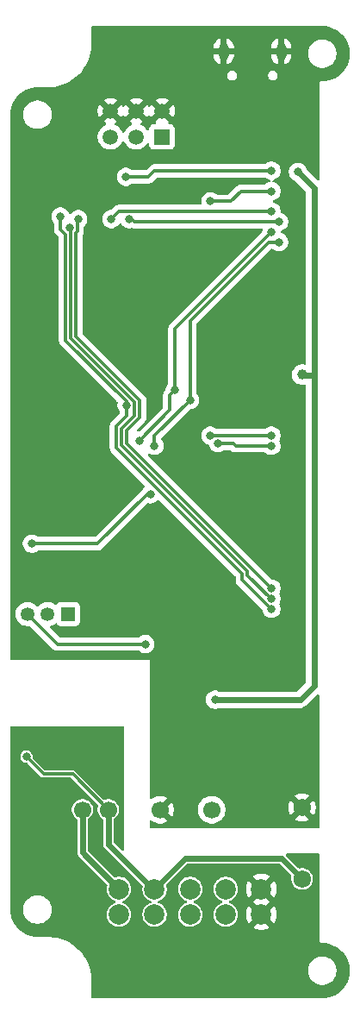
<source format=gbr>
%TF.GenerationSoftware,KiCad,Pcbnew,9.0.2*%
%TF.CreationDate,2025-06-10T08:24:41+03:00*%
%TF.ProjectId,PMMCU-ESP32C3,504d4d43-552d-4455-9350-333243332e6b,rev?*%
%TF.SameCoordinates,Original*%
%TF.FileFunction,Copper,L2,Bot*%
%TF.FilePolarity,Positive*%
%FSLAX46Y46*%
G04 Gerber Fmt 4.6, Leading zero omitted, Abs format (unit mm)*
G04 Created by KiCad (PCBNEW 9.0.2) date 2025-06-10 08:24:41*
%MOMM*%
%LPD*%
G01*
G04 APERTURE LIST*
%TA.AperFunction,ComponentPad*%
%ADD10R,1.500000X1.500000*%
%TD*%
%TA.AperFunction,ComponentPad*%
%ADD11C,1.500000*%
%TD*%
%TA.AperFunction,ComponentPad*%
%ADD12O,1.000000X1.700000*%
%TD*%
%TA.AperFunction,ComponentPad*%
%ADD13C,2.000000*%
%TD*%
%TA.AperFunction,ComponentPad*%
%ADD14C,1.725000*%
%TD*%
%TA.AperFunction,ComponentPad*%
%ADD15C,1.700000*%
%TD*%
%TA.AperFunction,ComponentPad*%
%ADD16R,1.350000X1.350000*%
%TD*%
%TA.AperFunction,ComponentPad*%
%ADD17C,1.350000*%
%TD*%
%TA.AperFunction,ViaPad*%
%ADD18C,0.800000*%
%TD*%
%TA.AperFunction,ViaPad*%
%ADD19C,1.000000*%
%TD*%
%TA.AperFunction,Conductor*%
%ADD20C,0.600000*%
%TD*%
%TA.AperFunction,Conductor*%
%ADD21C,0.300000*%
%TD*%
%TA.AperFunction,Conductor*%
%ADD22C,0.200000*%
%TD*%
G04 APERTURE END LIST*
D10*
%TO.P,SW4,1*%
%TO.N,Net-(RN3B-R2.1)*%
X15240000Y36830000D03*
D11*
%TO.P,SW4,2*%
%TO.N,Net-(RN3C-R3.1)*%
X12700000Y36830000D03*
%TO.P,SW4,3*%
%TO.N,Net-(RN3D-R4.1)*%
X10160000Y36830000D03*
%TO.P,SW4,4*%
%TO.N,GND_MCU*%
X10160000Y39370000D03*
%TO.P,SW4,5*%
X12700000Y39370000D03*
%TO.P,SW4,6*%
X15240000Y39370000D03*
%TD*%
D12*
%TO.P,J1,5,GND*%
%TO.N,GND_MCU*%
X26955029Y45202208D03*
X21305027Y45202208D03*
%TD*%
D13*
%TO.P,J6,1,Pin_1*%
%TO.N,+24V_BUS*%
X11000000Y-37000000D03*
%TO.P,J6,2,Pin_3*%
%TO.N,GND_BUS*%
X14500000Y-37000000D03*
%TO.P,J6,3,3*%
%TO.N,/A*%
X18000000Y-37000000D03*
%TO.P,J6,4,4*%
%TO.N,/B*%
X21500000Y-37000000D03*
%TO.P,J6,5,Pin_9*%
%TO.N,PE*%
X25000000Y-37000000D03*
%TO.P,J6,6,Pin_2*%
%TO.N,+24V_BUS*%
X11000000Y-39500000D03*
%TO.P,J6,7,Pin_4*%
%TO.N,GND_BUS*%
X14500000Y-39500000D03*
%TO.P,J6,8,Pin_6*%
%TO.N,/A*%
X18000000Y-39500000D03*
%TO.P,J6,9,Pin_8*%
%TO.N,/B*%
X21500000Y-39500000D03*
%TO.P,J6,10,Pin_10*%
%TO.N,PE*%
X25000000Y-39500000D03*
%TD*%
D14*
%TO.P,U4,1*%
%TO.N,GND_BUS*%
X29000000Y-36000000D03*
%TD*%
D15*
%TO.P,PS1,1,Vin*%
%TO.N,+24V_BUS*%
X7416800Y-29210000D03*
%TO.P,PS1,2,GND*%
%TO.N,GND_BUS*%
X9956800Y-29210000D03*
%TO.P,PS1,4,0V*%
%TO.N,GND_MCU*%
X15036800Y-29210000D03*
%TO.P,PS1,6,+V*%
%TO.N,+5V_MCU*%
X20116800Y-29210000D03*
%TD*%
D16*
%TO.P,J7,1,Pin_1*%
%TO.N,/UART_RTS*%
X6000000Y-10000000D03*
D17*
%TO.P,J7,2,Pin_2*%
%TO.N,/UART_RX*%
X4000000Y-10000000D03*
%TO.P,J7,3,Pin_3*%
%TO.N,/UART_TX*%
X2000000Y-10000000D03*
%TD*%
D14*
%TO.P,U3,1*%
%TO.N,GND_MCU*%
X29000000Y-29000000D03*
%TD*%
D18*
%TO.N,GND_MCU*%
X26100000Y35500000D03*
X5000000Y2500000D03*
X13590000Y20937600D03*
X26000000Y-4500000D03*
X800000Y-12800000D03*
X2540000Y-4812000D03*
X24496900Y22604900D03*
X26000000Y15500000D03*
X14690000Y16810300D03*
X15010000Y-24830000D03*
X2540000Y4812400D03*
X19400000Y10600000D03*
X9525000Y-11355000D03*
X20750000Y41242100D03*
X12490000Y16810200D03*
X24500300Y2927300D03*
X27250000Y41250000D03*
X13500000Y-11300000D03*
X24511900Y-17152000D03*
%TO.N,+3.3V_MCU*%
X28588000Y33388000D03*
X11700000Y32900000D03*
D19*
X29000000Y13499993D03*
D18*
X20447000Y-18415000D03*
X26000000Y33499996D03*
%TO.N,/MOSI_SDA*%
X26000000Y7500003D03*
X20000000Y7500002D03*
%TO.N,/CS0*%
X10250000Y28750000D03*
X26000000Y29500000D03*
%TO.N,/SCK_SCL*%
X26000000Y6500000D03*
X20750000Y6750000D03*
%TO.N,/MISO*%
X20000000Y30500000D03*
X26000000Y31500000D03*
%TO.N,/CS1*%
X26750000Y28500000D03*
X12000000Y28750000D03*
%TO.N,/UART_TX*%
X13589000Y-12954000D03*
%TO.N,/CS2*%
X16500000Y12000000D03*
X26000000Y27500000D03*
X13000000Y7000000D03*
%TO.N,/CS3*%
X14500000Y6500000D03*
X26750000Y26500000D03*
X18000000Y11000000D03*
%TO.N,GND_BUS*%
X1905000Y-24000000D03*
%TO.N,Net-(R5-Pad1)*%
X2439100Y-3098000D03*
X14100000Y1750000D03*
%TO.N,/LED1*%
X26000000Y-8500000D03*
X6154999Y27904999D03*
%TO.N,/LED2*%
X26000000Y-9500000D03*
X5250000Y29000000D03*
X11750000Y10500000D03*
%TO.N,/LED0*%
X7000000Y28750000D03*
X26000000Y-7499997D03*
%TD*%
D20*
%TO.N,+3.3V_MCU*%
X30200000Y13262000D02*
X30200000Y31776000D01*
D21*
X29037993Y13462000D02*
X29238000Y13462000D01*
X26000000Y33499996D02*
X25999996Y33500000D01*
D20*
X30000000Y13462000D02*
X30200000Y13262000D01*
X30200000Y-17044000D02*
X30200000Y13262000D01*
X20447000Y-18415000D02*
X28829000Y-18415000D01*
X30200000Y31776000D02*
X28588000Y33388000D01*
D21*
X25999996Y33500000D02*
X14500000Y33500000D01*
D20*
X29037993Y13462000D02*
X30000000Y13462000D01*
X28588000Y33388000D02*
X28575000Y33401000D01*
X28829000Y-18415000D02*
X30200000Y-17044000D01*
D21*
X14500000Y33500000D02*
X13900000Y32900000D01*
D20*
X29000000Y13499993D02*
X29037993Y13462000D01*
D21*
X13900000Y32900000D02*
X11700000Y32900000D01*
%TO.N,/MOSI_SDA*%
X26000000Y7500003D02*
X22499999Y7500003D01*
X22499998Y7500002D02*
X20000000Y7500002D01*
X22499999Y7500003D02*
X22499998Y7500002D01*
%TO.N,/CS0*%
X10250000Y28750000D02*
X11000000Y29500000D01*
X11000000Y29500000D02*
X26000000Y29500000D01*
%TO.N,/SCK_SCL*%
X22250000Y6750000D02*
X20750000Y6750000D01*
X22500000Y6500000D02*
X22250000Y6750000D01*
X26000000Y6500000D02*
X22500000Y6500000D01*
%TO.N,/MISO*%
X23000000Y31500000D02*
X22000000Y30500000D01*
X22000000Y30500000D02*
X20000000Y30500000D01*
X26000000Y31500000D02*
X23000000Y31500000D01*
%TO.N,/CS1*%
X12000000Y28750000D02*
X12251000Y28750000D01*
X12501000Y28500000D02*
X26750000Y28500000D01*
X12251000Y28750000D02*
X12501000Y28500000D01*
%TO.N,/UART_TX*%
X4954000Y-12954000D02*
X13589000Y-12954000D01*
X2000000Y-10000000D02*
X4954000Y-12954000D01*
%TO.N,/CS2*%
X16500000Y12000000D02*
X16500000Y18000000D01*
X16000000Y10000000D02*
X13000000Y7000000D01*
X16500000Y18000000D02*
X26000000Y27500000D01*
X16500000Y12000000D02*
X16000000Y11500000D01*
X16000000Y11500000D02*
X16000000Y10000000D01*
%TO.N,/CS3*%
X18000000Y18791480D02*
X18000000Y11000000D01*
X25708520Y26500000D02*
X18000000Y18791480D01*
X14500000Y7500000D02*
X14500000Y6500000D01*
X18000000Y11000000D02*
X14500000Y7500000D01*
X26750000Y26500000D02*
X25708520Y26500000D01*
D20*
%TO.N,GND_BUS*%
X26956000Y-33956000D02*
X17544000Y-33956000D01*
D21*
X3623000Y-25718000D02*
X6464800Y-25718000D01*
X6464800Y-25718000D02*
X9956800Y-29210000D01*
D22*
X14500000Y-37000000D02*
X14280900Y-37000000D01*
D21*
X1905000Y-24000000D02*
X3623000Y-25718000D01*
D20*
X17544000Y-33956000D02*
X14500000Y-37000000D01*
X14350736Y-37000000D02*
X9956800Y-32606064D01*
X9956800Y-32606064D02*
X9956800Y-29210000D01*
X14500000Y-37000000D02*
X14350736Y-37000000D01*
X29000000Y-36000000D02*
X26956000Y-33956000D01*
%TO.N,+24V_BUS*%
X7416800Y-33416800D02*
X7416800Y-29210000D01*
X11000000Y-37000000D02*
X7416800Y-33416800D01*
D21*
%TO.N,Net-(R5-Pad1)*%
X8902000Y-3098000D02*
X2439100Y-3098000D01*
X14100000Y1750000D02*
X13750000Y1750000D01*
X13750000Y1750000D02*
X8902000Y-3098000D01*
D22*
%TO.N,Net-(RN3D-R4.1)*%
X10270000Y36830000D02*
X10160000Y36830000D01*
D21*
%TO.N,/LED1*%
X11249000Y8207521D02*
X12501000Y9459520D01*
X11249000Y6542483D02*
X11249000Y8207521D01*
X6250000Y17062075D02*
X6250000Y27809998D01*
X26000000Y-8500000D02*
X25937928Y-8500000D01*
X12501000Y9459520D02*
X12501000Y10811075D01*
X23618964Y-6181036D02*
X23618964Y-5827481D01*
X6250000Y27809998D02*
X6154999Y27904999D01*
X12501000Y10811075D02*
X6250000Y17062075D01*
X23618964Y-5827481D02*
X11249000Y6542483D01*
X25937928Y-8500000D02*
X23618964Y-6181036D01*
%TO.N,/LED2*%
X11750000Y10853555D02*
X11750000Y10500000D01*
X11750000Y9417041D02*
X11750000Y10500000D01*
X10748000Y6334963D02*
X10748000Y8415043D01*
X10748000Y8415043D02*
X11750000Y9417041D01*
X5749000Y16854555D02*
X11750000Y10853555D01*
X5749000Y27248923D02*
X5749000Y16854555D01*
X23117964Y-6035001D02*
X10748000Y6334963D01*
X5250000Y29000000D02*
X5250000Y27747923D01*
X23117964Y-6680039D02*
X23117964Y-6035001D01*
X5250000Y27747923D02*
X5749000Y27248923D01*
X26000000Y-9500000D02*
X25937925Y-9500000D01*
X25937925Y-9500000D02*
X23117964Y-6680039D01*
%TO.N,/LED0*%
X13042480Y9292480D02*
X13042480Y10978115D01*
X11750000Y8000000D02*
X13042480Y9292480D01*
X11750000Y6750003D02*
X11750000Y8000000D01*
X13042480Y10978115D02*
X6751000Y17269595D01*
X6905999Y27593924D02*
X6905999Y28655999D01*
X26000000Y-7499997D02*
X11750000Y6750003D01*
X6905999Y28655999D02*
X7000000Y28750000D01*
X6751000Y27438925D02*
X6905999Y27593924D01*
X6751000Y17269595D02*
X6751000Y27438925D01*
%TD*%
%TA.AperFunction,Conductor*%
%TO.N,PE*%
G36*
X11443039Y-21019685D02*
G01*
X11488794Y-21072489D01*
X11500000Y-21124000D01*
X11500000Y-33142088D01*
X11480315Y-33209127D01*
X11427511Y-33254882D01*
X11358353Y-33264826D01*
X11294797Y-33235801D01*
X11288319Y-33229769D01*
X10493619Y-32435069D01*
X10460134Y-32373746D01*
X10457300Y-32347388D01*
X10457300Y-30205281D01*
X10476985Y-30138242D01*
X10512410Y-30102178D01*
X10626455Y-30025977D01*
X10772777Y-29879655D01*
X10887741Y-29707598D01*
X10966930Y-29516420D01*
X11007300Y-29313465D01*
X11007300Y-29106535D01*
X10966930Y-28903580D01*
X10887741Y-28712402D01*
X10772777Y-28540345D01*
X10772775Y-28540342D01*
X10626457Y-28394024D01*
X10519228Y-28322377D01*
X10454398Y-28279059D01*
X10263220Y-28199870D01*
X10263212Y-28199868D01*
X10060269Y-28159500D01*
X10060265Y-28159500D01*
X9853335Y-28159500D01*
X9853330Y-28159500D01*
X9650387Y-28199868D01*
X9650375Y-28199871D01*
X9579828Y-28229093D01*
X9510359Y-28236562D01*
X9447880Y-28205287D01*
X9444695Y-28202213D01*
X6680013Y-25437531D01*
X6680008Y-25437527D01*
X6600090Y-25391387D01*
X6600089Y-25391386D01*
X6600088Y-25391386D01*
X6510944Y-25367500D01*
X6510943Y-25367500D01*
X3819544Y-25367500D01*
X3752505Y-25347815D01*
X3731863Y-25331181D01*
X2541819Y-24141137D01*
X2508334Y-24079814D01*
X2505500Y-24053456D01*
X2505500Y-23920945D01*
X2505500Y-23920943D01*
X2464577Y-23768216D01*
X2464573Y-23768209D01*
X2385524Y-23631290D01*
X2385518Y-23631282D01*
X2273717Y-23519481D01*
X2273709Y-23519475D01*
X2136790Y-23440426D01*
X2136786Y-23440424D01*
X2136784Y-23440423D01*
X1984057Y-23399500D01*
X1825943Y-23399500D01*
X1673216Y-23440423D01*
X1673209Y-23440426D01*
X1536290Y-23519475D01*
X1536282Y-23519481D01*
X1424481Y-23631282D01*
X1424475Y-23631290D01*
X1345426Y-23768209D01*
X1345423Y-23768216D01*
X1304500Y-23920943D01*
X1304500Y-24079057D01*
X1321135Y-24141137D01*
X1345423Y-24231783D01*
X1345426Y-24231790D01*
X1424475Y-24368709D01*
X1424479Y-24368714D01*
X1424480Y-24368716D01*
X1536284Y-24480520D01*
X1536286Y-24480521D01*
X1536290Y-24480524D01*
X1673209Y-24559573D01*
X1673216Y-24559577D01*
X1825943Y-24600500D01*
X1825945Y-24600500D01*
X1958456Y-24600500D01*
X2025495Y-24620185D01*
X2046137Y-24636819D01*
X3407788Y-25998470D01*
X3487712Y-26044614D01*
X3576856Y-26068500D01*
X6268256Y-26068500D01*
X6335295Y-26088185D01*
X6355937Y-26104819D01*
X8949013Y-28697895D01*
X8982498Y-28759218D01*
X8977514Y-28828910D01*
X8975893Y-28833028D01*
X8946671Y-28903575D01*
X8946668Y-28903587D01*
X8906300Y-29106530D01*
X8906300Y-29313469D01*
X8946668Y-29516412D01*
X8946670Y-29516420D01*
X9025858Y-29707596D01*
X9140824Y-29879657D01*
X9287140Y-30025973D01*
X9287143Y-30025975D01*
X9287145Y-30025977D01*
X9342555Y-30063000D01*
X9401190Y-30102178D01*
X9445996Y-30155791D01*
X9456300Y-30205281D01*
X9456300Y-32671955D01*
X9490408Y-32799251D01*
X9523354Y-32856314D01*
X9556300Y-32913378D01*
X9556302Y-32913380D01*
X13288861Y-36645939D01*
X13322346Y-36707262D01*
X13323653Y-36753018D01*
X13299500Y-36905513D01*
X13299500Y-37094486D01*
X13329059Y-37281118D01*
X13387454Y-37460836D01*
X13468722Y-37620332D01*
X13473240Y-37629199D01*
X13584310Y-37782073D01*
X13717927Y-37915690D01*
X13870801Y-38026760D01*
X13950347Y-38067290D01*
X14039163Y-38112545D01*
X14039165Y-38112545D01*
X14039168Y-38112547D01*
X14099251Y-38132069D01*
X14156926Y-38171507D01*
X14184124Y-38235866D01*
X14172209Y-38304712D01*
X14124965Y-38356188D01*
X14099253Y-38367930D01*
X14080756Y-38373939D01*
X14039163Y-38387454D01*
X13870800Y-38473240D01*
X13783579Y-38536610D01*
X13717927Y-38584310D01*
X13717925Y-38584312D01*
X13717924Y-38584312D01*
X13584312Y-38717924D01*
X13584312Y-38717925D01*
X13584310Y-38717927D01*
X13547990Y-38767917D01*
X13473240Y-38870800D01*
X13387454Y-39039163D01*
X13329059Y-39218881D01*
X13299500Y-39405513D01*
X13299500Y-39594486D01*
X13329059Y-39781118D01*
X13387454Y-39960836D01*
X13446033Y-40075802D01*
X13473240Y-40129199D01*
X13584310Y-40282073D01*
X13717927Y-40415690D01*
X13870801Y-40526760D01*
X13950347Y-40567290D01*
X14039163Y-40612545D01*
X14039165Y-40612545D01*
X14039168Y-40612547D01*
X14135497Y-40643846D01*
X14218881Y-40670940D01*
X14405514Y-40700500D01*
X14405519Y-40700500D01*
X14594486Y-40700500D01*
X14781118Y-40670940D01*
X14960832Y-40612547D01*
X15129199Y-40526760D01*
X15282073Y-40415690D01*
X15415690Y-40282073D01*
X15526760Y-40129199D01*
X15612547Y-39960832D01*
X15670940Y-39781118D01*
X15682981Y-39705096D01*
X15700500Y-39594486D01*
X15700500Y-39405513D01*
X15670940Y-39218881D01*
X15612545Y-39039163D01*
X15567290Y-38950347D01*
X15526760Y-38870801D01*
X15415690Y-38717927D01*
X15282073Y-38584310D01*
X15129199Y-38473240D01*
X15107912Y-38462394D01*
X14960834Y-38387454D01*
X14960833Y-38387453D01*
X14960832Y-38387453D01*
X14900748Y-38367930D01*
X14843073Y-38328493D01*
X14815875Y-38264135D01*
X14827790Y-38195288D01*
X14875034Y-38143813D01*
X14900746Y-38132069D01*
X14960832Y-38112547D01*
X15129199Y-38026760D01*
X15282073Y-37915690D01*
X15415690Y-37782073D01*
X15526760Y-37629199D01*
X15612547Y-37460832D01*
X15670940Y-37281118D01*
X15700500Y-37094486D01*
X15700500Y-36905513D01*
X16799500Y-36905513D01*
X16799500Y-37094486D01*
X16829059Y-37281118D01*
X16887454Y-37460836D01*
X16968722Y-37620332D01*
X16973240Y-37629199D01*
X17084310Y-37782073D01*
X17217927Y-37915690D01*
X17370801Y-38026760D01*
X17450347Y-38067290D01*
X17539163Y-38112545D01*
X17539165Y-38112545D01*
X17539168Y-38112547D01*
X17599251Y-38132069D01*
X17656926Y-38171507D01*
X17684124Y-38235866D01*
X17672209Y-38304712D01*
X17624965Y-38356188D01*
X17599253Y-38367930D01*
X17580756Y-38373939D01*
X17539163Y-38387454D01*
X17370800Y-38473240D01*
X17283579Y-38536610D01*
X17217927Y-38584310D01*
X17217925Y-38584312D01*
X17217924Y-38584312D01*
X17084312Y-38717924D01*
X17084312Y-38717925D01*
X17084310Y-38717927D01*
X17047990Y-38767917D01*
X16973240Y-38870800D01*
X16887454Y-39039163D01*
X16829059Y-39218881D01*
X16799500Y-39405513D01*
X16799500Y-39594486D01*
X16829059Y-39781118D01*
X16887454Y-39960836D01*
X16946033Y-40075802D01*
X16973240Y-40129199D01*
X17084310Y-40282073D01*
X17217927Y-40415690D01*
X17370801Y-40526760D01*
X17450347Y-40567290D01*
X17539163Y-40612545D01*
X17539165Y-40612545D01*
X17539168Y-40612547D01*
X17635497Y-40643846D01*
X17718881Y-40670940D01*
X17905514Y-40700500D01*
X17905519Y-40700500D01*
X18094486Y-40700500D01*
X18281118Y-40670940D01*
X18460832Y-40612547D01*
X18629199Y-40526760D01*
X18782073Y-40415690D01*
X18915690Y-40282073D01*
X19026760Y-40129199D01*
X19112547Y-39960832D01*
X19170940Y-39781118D01*
X19182981Y-39705096D01*
X19200500Y-39594486D01*
X19200500Y-39405513D01*
X19170940Y-39218881D01*
X19112545Y-39039163D01*
X19067290Y-38950347D01*
X19026760Y-38870801D01*
X18915690Y-38717927D01*
X18782073Y-38584310D01*
X18629199Y-38473240D01*
X18607912Y-38462394D01*
X18460834Y-38387454D01*
X18460833Y-38387453D01*
X18460832Y-38387453D01*
X18400748Y-38367930D01*
X18343073Y-38328493D01*
X18315875Y-38264135D01*
X18327790Y-38195288D01*
X18375034Y-38143813D01*
X18400746Y-38132069D01*
X18460832Y-38112547D01*
X18629199Y-38026760D01*
X18782073Y-37915690D01*
X18915690Y-37782073D01*
X19026760Y-37629199D01*
X19112547Y-37460832D01*
X19170940Y-37281118D01*
X19200500Y-37094486D01*
X19200500Y-36905513D01*
X20299500Y-36905513D01*
X20299500Y-37094486D01*
X20329059Y-37281118D01*
X20387454Y-37460836D01*
X20468722Y-37620332D01*
X20473240Y-37629199D01*
X20584310Y-37782073D01*
X20717927Y-37915690D01*
X20870801Y-38026760D01*
X20950347Y-38067290D01*
X21039163Y-38112545D01*
X21039165Y-38112545D01*
X21039168Y-38112547D01*
X21099251Y-38132069D01*
X21156926Y-38171507D01*
X21184124Y-38235866D01*
X21172209Y-38304712D01*
X21124965Y-38356188D01*
X21099253Y-38367930D01*
X21080756Y-38373939D01*
X21039163Y-38387454D01*
X20870800Y-38473240D01*
X20783579Y-38536610D01*
X20717927Y-38584310D01*
X20717925Y-38584312D01*
X20717924Y-38584312D01*
X20584312Y-38717924D01*
X20584312Y-38717925D01*
X20584310Y-38717927D01*
X20547990Y-38767917D01*
X20473240Y-38870800D01*
X20387454Y-39039163D01*
X20329059Y-39218881D01*
X20299500Y-39405513D01*
X20299500Y-39594486D01*
X20329059Y-39781118D01*
X20387454Y-39960836D01*
X20446033Y-40075802D01*
X20473240Y-40129199D01*
X20584310Y-40282073D01*
X20717927Y-40415690D01*
X20870801Y-40526760D01*
X20950347Y-40567290D01*
X21039163Y-40612545D01*
X21039165Y-40612545D01*
X21039168Y-40612547D01*
X21135497Y-40643846D01*
X21218881Y-40670940D01*
X21405514Y-40700500D01*
X21405519Y-40700500D01*
X21594486Y-40700500D01*
X21781118Y-40670940D01*
X21960832Y-40612547D01*
X22129199Y-40526760D01*
X22282073Y-40415690D01*
X22415690Y-40282073D01*
X22526760Y-40129199D01*
X22612547Y-39960832D01*
X22670940Y-39781118D01*
X22682981Y-39705096D01*
X22700500Y-39594486D01*
X22700500Y-39405514D01*
X22699068Y-39396474D01*
X22699068Y-39396473D01*
X22670940Y-39218881D01*
X22612545Y-39039163D01*
X22567290Y-38950347D01*
X22526760Y-38870801D01*
X22415690Y-38717927D01*
X22282073Y-38584310D01*
X22129199Y-38473240D01*
X22107912Y-38462394D01*
X21960834Y-38387454D01*
X21960833Y-38387453D01*
X21960832Y-38387453D01*
X21900748Y-38367930D01*
X21878314Y-38352590D01*
X21854078Y-38340293D01*
X21849897Y-38333159D01*
X21843073Y-38328493D01*
X21832493Y-38303459D01*
X21818753Y-38280011D01*
X21819093Y-38271750D01*
X21815875Y-38264135D01*
X21820509Y-38237354D01*
X21821628Y-38210200D01*
X21826380Y-38203434D01*
X21827790Y-38195288D01*
X21846166Y-38175266D01*
X21861788Y-38153026D01*
X21871249Y-38147936D01*
X21875034Y-38143813D01*
X21892239Y-38135182D01*
X21896431Y-38133472D01*
X21960832Y-38112547D01*
X22129199Y-38026760D01*
X22282073Y-37915690D01*
X22415690Y-37782073D01*
X22526760Y-37629199D01*
X22612547Y-37460832D01*
X22670940Y-37281118D01*
X22700500Y-37094486D01*
X22700500Y-36905514D01*
X22699068Y-36896474D01*
X22699068Y-36896473D01*
X22696767Y-36881947D01*
X23500000Y-36881947D01*
X23500000Y-37118052D01*
X23536934Y-37351247D01*
X23609897Y-37575802D01*
X23717081Y-37786163D01*
X23717089Y-37786176D01*
X23747584Y-37828149D01*
X23747586Y-37828150D01*
X24339979Y-37235756D01*
X24379668Y-37331574D01*
X24456274Y-37446224D01*
X24553776Y-37543726D01*
X24668426Y-37620332D01*
X24764243Y-37660020D01*
X24174264Y-38250000D01*
X24764243Y-38839979D01*
X24668426Y-38879668D01*
X24553776Y-38956274D01*
X24456274Y-39053776D01*
X24379668Y-39168426D01*
X24339979Y-39264242D01*
X23747585Y-38671848D01*
X23747584Y-38671849D01*
X23717087Y-38713824D01*
X23609897Y-38924197D01*
X23536934Y-39148752D01*
X23500000Y-39381947D01*
X23500000Y-39618052D01*
X23536934Y-39851247D01*
X23609897Y-40075802D01*
X23717081Y-40286163D01*
X23717089Y-40286176D01*
X23747584Y-40328149D01*
X23747586Y-40328150D01*
X24339979Y-39735756D01*
X24379668Y-39831574D01*
X24456274Y-39946224D01*
X24553776Y-40043726D01*
X24668426Y-40120332D01*
X24764243Y-40160020D01*
X24171849Y-40752413D01*
X24213828Y-40782914D01*
X24424197Y-40890102D01*
X24648752Y-40963065D01*
X24648751Y-40963065D01*
X24881948Y-41000000D01*
X25118052Y-41000000D01*
X25351247Y-40963065D01*
X25575802Y-40890102D01*
X25786171Y-40782914D01*
X25828149Y-40752413D01*
X25235756Y-40160020D01*
X25331574Y-40120332D01*
X25446224Y-40043726D01*
X25543726Y-39946224D01*
X25620332Y-39831574D01*
X25660020Y-39735756D01*
X26252413Y-40328149D01*
X26282914Y-40286171D01*
X26390102Y-40075802D01*
X26463065Y-39851247D01*
X26500000Y-39618052D01*
X26500000Y-39381947D01*
X26463065Y-39148752D01*
X26390102Y-38924197D01*
X26282914Y-38713828D01*
X26252413Y-38671849D01*
X25660020Y-39264242D01*
X25620332Y-39168426D01*
X25543726Y-39053776D01*
X25446224Y-38956274D01*
X25331574Y-38879668D01*
X25235756Y-38839979D01*
X25825736Y-38250000D01*
X25235756Y-37660020D01*
X25331574Y-37620332D01*
X25446224Y-37543726D01*
X25543726Y-37446224D01*
X25620332Y-37331574D01*
X25660020Y-37235756D01*
X26252413Y-37828149D01*
X26282914Y-37786171D01*
X26390102Y-37575802D01*
X26463065Y-37351247D01*
X26500000Y-37118052D01*
X26500000Y-36881947D01*
X26463065Y-36648752D01*
X26390102Y-36424197D01*
X26282914Y-36213828D01*
X26252413Y-36171849D01*
X25660020Y-36764242D01*
X25620332Y-36668426D01*
X25543726Y-36553776D01*
X25446224Y-36456274D01*
X25331574Y-36379668D01*
X25235757Y-36339979D01*
X25828150Y-35747586D01*
X25828149Y-35747584D01*
X25786176Y-35717089D01*
X25786163Y-35717081D01*
X25575802Y-35609897D01*
X25351247Y-35536934D01*
X25351248Y-35536934D01*
X25118052Y-35500000D01*
X24881948Y-35500000D01*
X24648752Y-35536934D01*
X24424197Y-35609897D01*
X24213824Y-35717087D01*
X24171849Y-35747584D01*
X24171848Y-35747585D01*
X24764243Y-36339979D01*
X24668426Y-36379668D01*
X24553776Y-36456274D01*
X24456274Y-36553776D01*
X24379668Y-36668426D01*
X24339979Y-36764242D01*
X23747585Y-36171848D01*
X23747584Y-36171849D01*
X23717087Y-36213824D01*
X23609897Y-36424197D01*
X23536934Y-36648752D01*
X23500000Y-36881947D01*
X22696767Y-36881947D01*
X22670940Y-36718881D01*
X22627093Y-36583936D01*
X22612547Y-36539168D01*
X22612545Y-36539165D01*
X22612545Y-36539163D01*
X22567290Y-36450347D01*
X22526760Y-36370801D01*
X22415690Y-36217927D01*
X22282073Y-36084310D01*
X22129199Y-35973240D01*
X21995918Y-35905330D01*
X21960836Y-35887454D01*
X21781118Y-35829059D01*
X21594486Y-35799500D01*
X21594481Y-35799500D01*
X21405519Y-35799500D01*
X21405514Y-35799500D01*
X21218881Y-35829059D01*
X21039163Y-35887454D01*
X20870800Y-35973240D01*
X20783579Y-36036610D01*
X20717927Y-36084310D01*
X20717925Y-36084312D01*
X20717924Y-36084312D01*
X20584312Y-36217924D01*
X20584312Y-36217925D01*
X20584310Y-36217927D01*
X20536610Y-36283579D01*
X20473240Y-36370800D01*
X20387454Y-36539163D01*
X20329059Y-36718881D01*
X20299500Y-36905513D01*
X19200500Y-36905513D01*
X19170940Y-36718881D01*
X19127093Y-36583936D01*
X19112547Y-36539168D01*
X19112545Y-36539165D01*
X19112545Y-36539163D01*
X19067290Y-36450347D01*
X19026760Y-36370801D01*
X18915690Y-36217927D01*
X18782073Y-36084310D01*
X18629199Y-35973240D01*
X18460836Y-35887454D01*
X18281118Y-35829059D01*
X18094486Y-35799500D01*
X18094481Y-35799500D01*
X17905519Y-35799500D01*
X17905514Y-35799500D01*
X17718881Y-35829059D01*
X17539163Y-35887454D01*
X17370800Y-35973240D01*
X17283579Y-36036610D01*
X17217927Y-36084310D01*
X17217925Y-36084312D01*
X17217924Y-36084312D01*
X17084312Y-36217924D01*
X17084312Y-36217925D01*
X17084310Y-36217927D01*
X17036610Y-36283579D01*
X16973240Y-36370800D01*
X16887454Y-36539163D01*
X16829059Y-36718881D01*
X16799500Y-36905513D01*
X15700500Y-36905513D01*
X15683125Y-36795818D01*
X15670940Y-36718882D01*
X15649784Y-36653774D01*
X15647790Y-36583936D01*
X15680033Y-36527779D01*
X17714995Y-34492819D01*
X17776318Y-34459334D01*
X17802676Y-34456500D01*
X26697324Y-34456500D01*
X26764363Y-34476185D01*
X26785005Y-34492819D01*
X27931692Y-35639506D01*
X27965177Y-35700829D01*
X27965628Y-35751378D01*
X27937000Y-35895299D01*
X27937000Y-35895304D01*
X27937000Y-36104696D01*
X27937000Y-36104698D01*
X27936999Y-36104698D01*
X27977849Y-36310060D01*
X27977851Y-36310066D01*
X28057982Y-36503521D01*
X28174310Y-36677618D01*
X28174316Y-36677626D01*
X28322373Y-36825683D01*
X28322381Y-36825689D01*
X28496478Y-36942017D01*
X28553140Y-36965487D01*
X28689934Y-37022149D01*
X28689938Y-37022149D01*
X28689939Y-37022150D01*
X28895301Y-37063000D01*
X28895304Y-37063000D01*
X29104698Y-37063000D01*
X29242863Y-37035516D01*
X29310066Y-37022149D01*
X29503519Y-36942018D01*
X29503519Y-36942017D01*
X29503521Y-36942017D01*
X29593422Y-36881947D01*
X29677623Y-36825686D01*
X29825686Y-36677623D01*
X29918202Y-36539163D01*
X29942017Y-36503521D01*
X29942018Y-36503519D01*
X30022149Y-36310066D01*
X30041293Y-36213824D01*
X30063000Y-36104698D01*
X30063000Y-35895301D01*
X30022150Y-35689939D01*
X30022149Y-35689938D01*
X30022149Y-35689934D01*
X29942018Y-35496481D01*
X29942017Y-35496478D01*
X29825689Y-35322381D01*
X29825683Y-35322373D01*
X29677626Y-35174316D01*
X29677618Y-35174310D01*
X29503521Y-35057982D01*
X29310066Y-34977851D01*
X29310060Y-34977849D01*
X29104698Y-34937000D01*
X29104696Y-34937000D01*
X28895304Y-34937000D01*
X28895301Y-34937000D01*
X28751378Y-34965628D01*
X28681787Y-34959401D01*
X28639506Y-34931692D01*
X27419495Y-33711681D01*
X27386010Y-33650358D01*
X27390994Y-33580666D01*
X27432866Y-33524733D01*
X27498330Y-33500316D01*
X27507176Y-33500000D01*
X30575500Y-33500000D01*
X30642539Y-33519685D01*
X30688294Y-33572489D01*
X30699500Y-33624000D01*
X30699500Y-42047598D01*
X30701970Y-42055198D01*
X30711777Y-42085381D01*
X30719979Y-42115989D01*
X30723965Y-42122894D01*
X30727987Y-42135273D01*
X30727988Y-42135275D01*
X30728912Y-42138119D01*
X30728914Y-42138123D01*
X30728915Y-42138125D01*
X30747634Y-42163889D01*
X30759540Y-42184511D01*
X30770789Y-42195760D01*
X30776519Y-42203647D01*
X30776522Y-42203650D01*
X30784866Y-42215134D01*
X30784867Y-42215134D01*
X30784868Y-42215136D01*
X30796344Y-42223474D01*
X30796343Y-42223474D01*
X30804241Y-42229212D01*
X30815489Y-42240460D01*
X30836102Y-42252360D01*
X30841365Y-42256184D01*
X30861871Y-42271083D01*
X30861877Y-42271086D01*
X30864712Y-42272007D01*
X30864711Y-42272007D01*
X30877104Y-42276033D01*
X30884011Y-42280021D01*
X30914612Y-42288220D01*
X30917701Y-42289224D01*
X30917704Y-42289225D01*
X30952400Y-42300499D01*
X30952403Y-42300499D01*
X30952405Y-42300500D01*
X30996396Y-42300500D01*
X31003605Y-42300709D01*
X31306184Y-42318333D01*
X31320504Y-42320006D01*
X31615441Y-42372011D01*
X31629450Y-42375331D01*
X31817098Y-42431510D01*
X31916365Y-42461229D01*
X31929915Y-42466161D01*
X32014134Y-42502489D01*
X32204911Y-42584782D01*
X32217783Y-42591247D01*
X32470809Y-42737332D01*
X32477143Y-42740989D01*
X32489190Y-42748913D01*
X32729412Y-42927751D01*
X32740459Y-42937020D01*
X32958291Y-43142534D01*
X32968186Y-43153022D01*
X33160686Y-43382433D01*
X33169297Y-43394000D01*
X33333866Y-43644215D01*
X33341075Y-43656700D01*
X33408280Y-43790516D01*
X33475483Y-43924330D01*
X33481194Y-43937570D01*
X33583622Y-44218987D01*
X33587758Y-44232802D01*
X33656823Y-44524209D01*
X33659327Y-44538409D01*
X33694095Y-44835867D01*
X33694933Y-44850263D01*
X33694933Y-45149736D01*
X33694095Y-45164132D01*
X33659327Y-45461590D01*
X33656823Y-45475790D01*
X33587758Y-45767197D01*
X33583622Y-45781012D01*
X33481194Y-46062429D01*
X33475483Y-46075669D01*
X33341077Y-46343296D01*
X33333866Y-46355784D01*
X33169297Y-46605999D01*
X33160686Y-46617566D01*
X32968186Y-46846977D01*
X32958291Y-46857465D01*
X32740459Y-47062979D01*
X32729412Y-47072248D01*
X32489190Y-47251086D01*
X32477143Y-47259010D01*
X32217790Y-47408748D01*
X32204904Y-47415220D01*
X31929915Y-47533838D01*
X31916365Y-47538770D01*
X31629461Y-47624665D01*
X31615429Y-47627990D01*
X31320505Y-47679992D01*
X31306183Y-47681666D01*
X31003606Y-47699290D01*
X30996396Y-47699500D01*
X8424500Y-47699500D01*
X8357461Y-47679815D01*
X8311706Y-47627011D01*
X8300500Y-47575500D01*
X8300500Y-45801178D01*
X8298631Y-45781012D01*
X8263810Y-45405224D01*
X8190742Y-45014346D01*
X8155300Y-44889778D01*
X29599500Y-44889778D01*
X29599500Y-44921635D01*
X29599500Y-45110222D01*
X29606903Y-45156962D01*
X29633985Y-45327952D01*
X29702103Y-45537603D01*
X29702104Y-45537606D01*
X29743079Y-45618022D01*
X29787446Y-45705096D01*
X29802187Y-45734025D01*
X29931752Y-45912358D01*
X29931756Y-45912363D01*
X30087636Y-46068243D01*
X30087641Y-46068247D01*
X30097857Y-46075669D01*
X30265978Y-46197815D01*
X30394375Y-46263237D01*
X30462393Y-46297895D01*
X30462396Y-46297896D01*
X30567221Y-46331955D01*
X30672049Y-46366015D01*
X30889778Y-46400500D01*
X30889779Y-46400500D01*
X31110221Y-46400500D01*
X31110222Y-46400500D01*
X31327951Y-46366015D01*
X31537606Y-46297895D01*
X31734022Y-46197815D01*
X31912365Y-46068242D01*
X32068242Y-45912365D01*
X32197815Y-45734022D01*
X32297895Y-45537606D01*
X32366015Y-45327951D01*
X32400500Y-45110222D01*
X32400500Y-44889778D01*
X32366015Y-44672049D01*
X32317980Y-44524209D01*
X32297896Y-44462396D01*
X32297895Y-44462393D01*
X32263237Y-44394375D01*
X32197815Y-44265978D01*
X32153040Y-44204350D01*
X32068247Y-44087641D01*
X32068243Y-44087636D01*
X31912363Y-43931756D01*
X31912358Y-43931752D01*
X31734025Y-43802187D01*
X31734024Y-43802186D01*
X31734022Y-43802185D01*
X31671096Y-43770122D01*
X31537606Y-43702104D01*
X31537603Y-43702103D01*
X31327952Y-43633985D01*
X31219086Y-43616742D01*
X31110222Y-43599500D01*
X30889778Y-43599500D01*
X30817201Y-43610995D01*
X30672047Y-43633985D01*
X30462396Y-43702103D01*
X30462393Y-43702104D01*
X30265974Y-43802187D01*
X30087641Y-43931752D01*
X30087636Y-43931756D01*
X29931756Y-44087636D01*
X29931752Y-44087641D01*
X29802187Y-44265974D01*
X29702104Y-44462393D01*
X29702103Y-44462396D01*
X29633985Y-44672047D01*
X29633985Y-44672049D01*
X29599500Y-44889778D01*
X8155300Y-44889778D01*
X8081921Y-44631878D01*
X7938274Y-44261082D01*
X7761027Y-43905122D01*
X7551692Y-43567035D01*
X7312055Y-43249704D01*
X7312052Y-43249700D01*
X7044161Y-42955838D01*
X6750299Y-42687947D01*
X6750290Y-42687940D01*
X6456606Y-42466161D01*
X6432965Y-42448308D01*
X6094878Y-42238973D01*
X5738918Y-42061726D01*
X5368122Y-41918079D01*
X5368120Y-41918078D01*
X5368119Y-41918078D01*
X4985661Y-41809260D01*
X4985661Y-41809259D01*
X4594767Y-41736188D01*
X4275044Y-41706562D01*
X4198824Y-41699500D01*
X4198821Y-41699500D01*
X3003481Y-41699500D01*
X2996528Y-41699305D01*
X2704703Y-41682916D01*
X2690885Y-41681359D01*
X2406172Y-41632984D01*
X2392615Y-41629890D01*
X2115100Y-41549939D01*
X2101975Y-41545346D01*
X1835165Y-41434830D01*
X1822637Y-41428797D01*
X1569874Y-41289100D01*
X1558100Y-41281702D01*
X1322569Y-41114584D01*
X1311697Y-41105914D01*
X1096357Y-40913475D01*
X1086524Y-40903642D01*
X894085Y-40688302D01*
X885415Y-40677430D01*
X718297Y-40441899D01*
X710899Y-40430125D01*
X675466Y-40366014D01*
X571198Y-40177355D01*
X565172Y-40164841D01*
X454653Y-39898024D01*
X450060Y-39884899D01*
X370109Y-39607384D01*
X367015Y-39593827D01*
X335020Y-39405519D01*
X318638Y-39309103D01*
X317084Y-39295306D01*
X300695Y-39003472D01*
X300500Y-38996519D01*
X300500Y-38889778D01*
X1599500Y-38889778D01*
X1599500Y-39110221D01*
X1633985Y-39327952D01*
X1702103Y-39537603D01*
X1702104Y-39537606D01*
X1770122Y-39671096D01*
X1787446Y-39705096D01*
X1802187Y-39734025D01*
X1931752Y-39912358D01*
X1931756Y-39912363D01*
X2087636Y-40068243D01*
X2087641Y-40068247D01*
X2220583Y-40164834D01*
X2265978Y-40197815D01*
X2394375Y-40263237D01*
X2462393Y-40297895D01*
X2462396Y-40297896D01*
X2555508Y-40328149D01*
X2672049Y-40366015D01*
X2889778Y-40400500D01*
X2889779Y-40400500D01*
X3110221Y-40400500D01*
X3110222Y-40400500D01*
X3327951Y-40366015D01*
X3537606Y-40297895D01*
X3734022Y-40197815D01*
X3912365Y-40068242D01*
X4068242Y-39912365D01*
X4197815Y-39734022D01*
X4297895Y-39537606D01*
X4366015Y-39327951D01*
X4400500Y-39110222D01*
X4400500Y-38889778D01*
X4366015Y-38672049D01*
X4331955Y-38567221D01*
X4297896Y-38462396D01*
X4297895Y-38462393D01*
X4259710Y-38387453D01*
X4197815Y-38265978D01*
X4177019Y-38237354D01*
X4068247Y-38087641D01*
X4068243Y-38087636D01*
X3912363Y-37931756D01*
X3912358Y-37931752D01*
X3734025Y-37802187D01*
X3734024Y-37802186D01*
X3734022Y-37802185D01*
X3671096Y-37770122D01*
X3537606Y-37702104D01*
X3537603Y-37702103D01*
X3327952Y-37633985D01*
X3219086Y-37616742D01*
X3110222Y-37599500D01*
X2889778Y-37599500D01*
X2817201Y-37610995D01*
X2672047Y-37633985D01*
X2462396Y-37702103D01*
X2462393Y-37702104D01*
X2265974Y-37802187D01*
X2087641Y-37931752D01*
X2087636Y-37931756D01*
X1931756Y-38087636D01*
X1931752Y-38087641D01*
X1802187Y-38265974D01*
X1702104Y-38462393D01*
X1702103Y-38462396D01*
X1633985Y-38672047D01*
X1599500Y-38889778D01*
X300500Y-38889778D01*
X300500Y-29106530D01*
X6366300Y-29106530D01*
X6366300Y-29313469D01*
X6406668Y-29516412D01*
X6406670Y-29516420D01*
X6485858Y-29707596D01*
X6600824Y-29879657D01*
X6747140Y-30025973D01*
X6747143Y-30025975D01*
X6747145Y-30025977D01*
X6802555Y-30063000D01*
X6861190Y-30102178D01*
X6905996Y-30155791D01*
X6916300Y-30205281D01*
X6916300Y-33482691D01*
X6950408Y-33609987D01*
X6973717Y-33650358D01*
X7016300Y-33724114D01*
X7016302Y-33724116D01*
X9819963Y-36527777D01*
X9853448Y-36589100D01*
X9850213Y-36653775D01*
X9829060Y-36718878D01*
X9799500Y-36905513D01*
X9799500Y-37094486D01*
X9829059Y-37281118D01*
X9887454Y-37460836D01*
X9968722Y-37620332D01*
X9973240Y-37629199D01*
X10084310Y-37782073D01*
X10217927Y-37915690D01*
X10370801Y-38026760D01*
X10450347Y-38067290D01*
X10539163Y-38112545D01*
X10539165Y-38112545D01*
X10539168Y-38112547D01*
X10599251Y-38132069D01*
X10656926Y-38171507D01*
X10684124Y-38235866D01*
X10672209Y-38304712D01*
X10624965Y-38356188D01*
X10599253Y-38367930D01*
X10580756Y-38373939D01*
X10539163Y-38387454D01*
X10370800Y-38473240D01*
X10283579Y-38536610D01*
X10217927Y-38584310D01*
X10217925Y-38584312D01*
X10217924Y-38584312D01*
X10084312Y-38717924D01*
X10084312Y-38717925D01*
X10084310Y-38717927D01*
X10047990Y-38767917D01*
X9973240Y-38870800D01*
X9887454Y-39039163D01*
X9829059Y-39218881D01*
X9799500Y-39405513D01*
X9799500Y-39594486D01*
X9829059Y-39781118D01*
X9887454Y-39960836D01*
X9946033Y-40075802D01*
X9973240Y-40129199D01*
X10084310Y-40282073D01*
X10217927Y-40415690D01*
X10370801Y-40526760D01*
X10450347Y-40567290D01*
X10539163Y-40612545D01*
X10539165Y-40612545D01*
X10539168Y-40612547D01*
X10635497Y-40643846D01*
X10718881Y-40670940D01*
X10905514Y-40700500D01*
X10905519Y-40700500D01*
X11094486Y-40700500D01*
X11281118Y-40670940D01*
X11460832Y-40612547D01*
X11629199Y-40526760D01*
X11782073Y-40415690D01*
X11915690Y-40282073D01*
X12026760Y-40129199D01*
X12112547Y-39960832D01*
X12170940Y-39781118D01*
X12182981Y-39705096D01*
X12200500Y-39594486D01*
X12200500Y-39405513D01*
X12170940Y-39218881D01*
X12112545Y-39039163D01*
X12067290Y-38950347D01*
X12026760Y-38870801D01*
X11915690Y-38717927D01*
X11782073Y-38584310D01*
X11629199Y-38473240D01*
X11607912Y-38462394D01*
X11460834Y-38387454D01*
X11460833Y-38387453D01*
X11460832Y-38387453D01*
X11400748Y-38367930D01*
X11343073Y-38328493D01*
X11315875Y-38264135D01*
X11327790Y-38195288D01*
X11375034Y-38143813D01*
X11400746Y-38132069D01*
X11460832Y-38112547D01*
X11629199Y-38026760D01*
X11782073Y-37915690D01*
X11915690Y-37782073D01*
X12026760Y-37629199D01*
X12112547Y-37460832D01*
X12170940Y-37281118D01*
X12200500Y-37094486D01*
X12200500Y-36905513D01*
X12170940Y-36718881D01*
X12127093Y-36583936D01*
X12112547Y-36539168D01*
X12112545Y-36539165D01*
X12112545Y-36539163D01*
X12067290Y-36450347D01*
X12026760Y-36370801D01*
X11915690Y-36217927D01*
X11782073Y-36084310D01*
X11629199Y-35973240D01*
X11460836Y-35887454D01*
X11281118Y-35829059D01*
X11094486Y-35799500D01*
X11094481Y-35799500D01*
X10905519Y-35799500D01*
X10905514Y-35799500D01*
X10718878Y-35829060D01*
X10653775Y-35850213D01*
X10583934Y-35852208D01*
X10527777Y-35819963D01*
X7953619Y-33245805D01*
X7920134Y-33184482D01*
X7917300Y-33158124D01*
X7917300Y-30205281D01*
X7936985Y-30138242D01*
X7972410Y-30102178D01*
X8086455Y-30025977D01*
X8232777Y-29879655D01*
X8347741Y-29707598D01*
X8426930Y-29516420D01*
X8467300Y-29313465D01*
X8467300Y-29106535D01*
X8426930Y-28903580D01*
X8347741Y-28712402D01*
X8232777Y-28540345D01*
X8232775Y-28540342D01*
X8086457Y-28394024D01*
X7979228Y-28322377D01*
X7914398Y-28279059D01*
X7723220Y-28199870D01*
X7723212Y-28199868D01*
X7520269Y-28159500D01*
X7520265Y-28159500D01*
X7313335Y-28159500D01*
X7313330Y-28159500D01*
X7110387Y-28199868D01*
X7110379Y-28199870D01*
X6919203Y-28279058D01*
X6747142Y-28394024D01*
X6600824Y-28540342D01*
X6485858Y-28712403D01*
X6406670Y-28903579D01*
X6406668Y-28903587D01*
X6366300Y-29106530D01*
X300500Y-29106530D01*
X300500Y-21124000D01*
X320185Y-21056961D01*
X372989Y-21011206D01*
X424500Y-21000000D01*
X11376000Y-21000000D01*
X11443039Y-21019685D01*
G37*
%TD.AperFunction*%
%TD*%
%TA.AperFunction,Conductor*%
%TO.N,GND_MCU*%
G36*
X12234075Y39177007D02*
G01*
X12299901Y39062993D01*
X12392993Y38969901D01*
X12507007Y38904075D01*
X12626358Y38872095D01*
X12051687Y38297424D01*
X12221764Y38210766D01*
X12272560Y38162792D01*
X12289355Y38094971D01*
X12266818Y38028836D01*
X12221764Y37989796D01*
X12044594Y37899524D01*
X11953741Y37833515D01*
X11885354Y37783828D01*
X11885352Y37783826D01*
X11885351Y37783826D01*
X11746174Y37644649D01*
X11746174Y37644648D01*
X11746172Y37644646D01*
X11696485Y37576259D01*
X11630476Y37485406D01*
X11540485Y37308787D01*
X11492511Y37257991D01*
X11424690Y37241196D01*
X11358555Y37263733D01*
X11319515Y37308787D01*
X11251879Y37441530D01*
X11229524Y37485405D01*
X11113828Y37644646D01*
X10974646Y37783828D01*
X10815405Y37899524D01*
X10640025Y37988884D01*
X10640024Y37988885D01*
X10638235Y37989796D01*
X10587439Y38037770D01*
X10570644Y38105591D01*
X10593181Y38171726D01*
X10638235Y38210766D01*
X10808311Y38297425D01*
X10233642Y38872095D01*
X10352993Y38904075D01*
X10467007Y38969901D01*
X10560099Y39062993D01*
X10625925Y39177007D01*
X10657905Y39296359D01*
X11232575Y38721689D01*
X11319515Y38892317D01*
X11367489Y38943113D01*
X11435310Y38959908D01*
X11501445Y38937371D01*
X11540485Y38892316D01*
X11627422Y38721688D01*
X12202094Y39296359D01*
X12234075Y39177007D01*
G37*
%TD.AperFunction*%
%TA.AperFunction,Conductor*%
G36*
X14774075Y39177007D02*
G01*
X14839901Y39062993D01*
X14932993Y38969901D01*
X15047007Y38904075D01*
X15166358Y38872095D01*
X14591686Y38297424D01*
X14594478Y38279800D01*
X14608017Y38267014D01*
X14624814Y38199194D01*
X14602279Y38133058D01*
X14547566Y38089605D01*
X14500930Y38080500D01*
X14442130Y38080500D01*
X14442123Y38080499D01*
X14382516Y38074092D01*
X14247671Y38023798D01*
X14247664Y38023794D01*
X14132455Y37937548D01*
X14132452Y37937545D01*
X14046206Y37822336D01*
X14046202Y37822329D01*
X13995908Y37687483D01*
X13991303Y37644646D01*
X13989501Y37627877D01*
X13989500Y37627865D01*
X13989500Y37564268D01*
X13969815Y37497229D01*
X13917011Y37451474D01*
X13847853Y37441530D01*
X13784297Y37470555D01*
X13765182Y37491382D01*
X13708413Y37569517D01*
X13653828Y37644646D01*
X13514646Y37783828D01*
X13355405Y37899524D01*
X13180025Y37988884D01*
X13180024Y37988885D01*
X13178235Y37989796D01*
X13127439Y38037770D01*
X13110644Y38105591D01*
X13133181Y38171726D01*
X13178235Y38210766D01*
X13348311Y38297425D01*
X12773642Y38872095D01*
X12892993Y38904075D01*
X13007007Y38969901D01*
X13100099Y39062993D01*
X13165925Y39177007D01*
X13197905Y39296359D01*
X13772575Y38721689D01*
X13859515Y38892317D01*
X13907489Y38943113D01*
X13975310Y38959908D01*
X14041445Y38937371D01*
X14080485Y38892316D01*
X14167422Y38721688D01*
X14167423Y38721688D01*
X14742094Y39296359D01*
X14774075Y39177007D01*
G37*
%TD.AperFunction*%
%TA.AperFunction,Conductor*%
G36*
X31003605Y47699291D02*
G01*
X31306184Y47681667D01*
X31320504Y47679994D01*
X31615441Y47627989D01*
X31629450Y47624669D01*
X31817098Y47568490D01*
X31916365Y47538771D01*
X31929915Y47533839D01*
X32014134Y47497511D01*
X32204911Y47415218D01*
X32217783Y47408753D01*
X32477143Y47259011D01*
X32489190Y47251087D01*
X32729412Y47072249D01*
X32740459Y47062980D01*
X32958291Y46857466D01*
X32968186Y46846978D01*
X33160686Y46617567D01*
X33169297Y46606000D01*
X33333866Y46355785D01*
X33341075Y46343300D01*
X33408280Y46209484D01*
X33475483Y46075670D01*
X33481194Y46062430D01*
X33583622Y45781013D01*
X33587758Y45767198D01*
X33656823Y45475791D01*
X33659327Y45461591D01*
X33694095Y45164133D01*
X33694933Y45149737D01*
X33694933Y44850264D01*
X33694095Y44835868D01*
X33659327Y44538410D01*
X33656823Y44524210D01*
X33587758Y44232803D01*
X33583622Y44218988D01*
X33481194Y43937571D01*
X33475483Y43924331D01*
X33341077Y43656704D01*
X33333866Y43644216D01*
X33169297Y43394001D01*
X33160686Y43382434D01*
X32968186Y43153023D01*
X32958291Y43142535D01*
X32740459Y42937021D01*
X32729412Y42927752D01*
X32489190Y42748914D01*
X32477143Y42740990D01*
X32217790Y42591252D01*
X32204904Y42584780D01*
X31929915Y42466162D01*
X31916365Y42461230D01*
X31629461Y42375335D01*
X31615429Y42372010D01*
X31320505Y42320008D01*
X31306183Y42318334D01*
X31009118Y42301032D01*
X31009107Y42301031D01*
X31000000Y42300500D01*
X30952405Y42300500D01*
X30914618Y42288223D01*
X30904613Y42285542D01*
X30904607Y42285541D01*
X30884007Y42280021D01*
X30876510Y42276915D01*
X30876390Y42277204D01*
X30864727Y42272013D01*
X30861880Y42271088D01*
X30861873Y42271085D01*
X30841364Y42256184D01*
X30836105Y42252364D01*
X30815489Y42240460D01*
X30804238Y42229211D01*
X30796347Y42223477D01*
X30796346Y42223476D01*
X30784866Y42215134D01*
X30770791Y42195763D01*
X30759540Y42184511D01*
X30747641Y42163903D01*
X30743816Y42158638D01*
X30743816Y42158636D01*
X30728915Y42138127D01*
X30728912Y42138120D01*
X30727991Y42135289D01*
X30727992Y42135288D01*
X30723966Y42122897D01*
X30719979Y42115989D01*
X30711781Y42085398D01*
X30710775Y42082301D01*
X30699501Y42047601D01*
X30699500Y42047592D01*
X30699500Y32707940D01*
X30679815Y32640901D01*
X30627011Y32595146D01*
X30557853Y32585202D01*
X30494297Y32614227D01*
X30487819Y32620259D01*
X29468847Y33639231D01*
X29441967Y33679460D01*
X29434282Y33698013D01*
X29386013Y33814547D01*
X29386011Y33814549D01*
X29386011Y33814551D01*
X29287464Y33962035D01*
X29287461Y33962039D01*
X29162038Y34087462D01*
X29162034Y34087465D01*
X29014553Y34186010D01*
X29014540Y34186017D01*
X28850667Y34253894D01*
X28850658Y34253897D01*
X28676694Y34288500D01*
X28676691Y34288500D01*
X28499309Y34288500D01*
X28499306Y34288500D01*
X28325341Y34253897D01*
X28325332Y34253894D01*
X28161459Y34186017D01*
X28161446Y34186010D01*
X28013965Y34087465D01*
X28013961Y34087462D01*
X27888538Y33962039D01*
X27888535Y33962035D01*
X27789990Y33814554D01*
X27789983Y33814541D01*
X27722106Y33650668D01*
X27722103Y33650659D01*
X27687500Y33476696D01*
X27687500Y33299305D01*
X27722103Y33125342D01*
X27722106Y33125333D01*
X27789983Y32961460D01*
X27789990Y32961447D01*
X27888535Y32813966D01*
X27888538Y32813962D01*
X28013961Y32688539D01*
X28013965Y32688536D01*
X28161449Y32589989D01*
X28161451Y32589989D01*
X28161453Y32589987D01*
X28279114Y32541251D01*
X28296540Y32534033D01*
X28336769Y32507153D01*
X29363181Y31480741D01*
X29396666Y31419418D01*
X29399500Y31393060D01*
X29399500Y14591723D01*
X29379815Y14524684D01*
X29327011Y14478929D01*
X29257853Y14468985D01*
X29251309Y14470106D01*
X29098544Y14500493D01*
X29098541Y14500493D01*
X28901459Y14500493D01*
X28901457Y14500493D01*
X28708170Y14462046D01*
X28708160Y14462043D01*
X28526092Y14386629D01*
X28526079Y14386622D01*
X28362218Y14277133D01*
X28362214Y14277130D01*
X28222863Y14137779D01*
X28222860Y14137775D01*
X28113371Y13973914D01*
X28113364Y13973901D01*
X28037950Y13791833D01*
X28037947Y13791823D01*
X27999500Y13598537D01*
X27999500Y13598534D01*
X27999500Y13401452D01*
X27999500Y13401450D01*
X27999499Y13401450D01*
X28037947Y13208164D01*
X28037950Y13208154D01*
X28113364Y13026086D01*
X28113371Y13026073D01*
X28222860Y12862212D01*
X28222863Y12862208D01*
X28362214Y12722857D01*
X28362218Y12722854D01*
X28526079Y12613365D01*
X28526092Y12613358D01*
X28708160Y12537944D01*
X28708165Y12537942D01*
X28708169Y12537942D01*
X28708170Y12537941D01*
X28901456Y12499493D01*
X28901459Y12499493D01*
X29098543Y12499493D01*
X29173564Y12514417D01*
X29251309Y12529881D01*
X29320900Y12523654D01*
X29376077Y12480792D01*
X29399322Y12414902D01*
X29399500Y12408264D01*
X29399500Y-16661060D01*
X29379815Y-16728099D01*
X29363181Y-16748741D01*
X28533741Y-17578181D01*
X28472418Y-17611666D01*
X28446060Y-17614500D01*
X20892207Y-17614500D01*
X20844755Y-17605061D01*
X20709667Y-17549106D01*
X20709658Y-17549103D01*
X20535694Y-17514500D01*
X20535691Y-17514500D01*
X20358309Y-17514500D01*
X20358306Y-17514500D01*
X20184341Y-17549103D01*
X20184332Y-17549106D01*
X20020459Y-17616983D01*
X20020446Y-17616990D01*
X19872965Y-17715535D01*
X19872961Y-17715538D01*
X19747538Y-17840961D01*
X19747535Y-17840965D01*
X19648990Y-17988446D01*
X19648983Y-17988459D01*
X19581106Y-18152332D01*
X19581103Y-18152341D01*
X19546500Y-18326304D01*
X19546500Y-18503695D01*
X19581103Y-18677658D01*
X19581106Y-18677667D01*
X19648983Y-18841540D01*
X19648990Y-18841553D01*
X19747535Y-18989034D01*
X19747538Y-18989038D01*
X19872961Y-19114461D01*
X19872965Y-19114464D01*
X20020446Y-19213009D01*
X20020459Y-19213016D01*
X20143363Y-19263923D01*
X20184334Y-19280894D01*
X20184336Y-19280894D01*
X20184341Y-19280896D01*
X20358304Y-19315499D01*
X20358307Y-19315500D01*
X20358309Y-19315500D01*
X20535693Y-19315500D01*
X20535694Y-19315499D01*
X20593682Y-19303964D01*
X20709658Y-19280896D01*
X20709661Y-19280894D01*
X20709666Y-19280894D01*
X20844755Y-19224939D01*
X20892207Y-19215500D01*
X28907844Y-19215500D01*
X28907845Y-19215499D01*
X29062497Y-19184737D01*
X29208179Y-19124394D01*
X29339289Y-19036789D01*
X30487819Y-17888259D01*
X30549142Y-17854774D01*
X30618834Y-17859758D01*
X30674767Y-17901630D01*
X30699184Y-17967094D01*
X30699500Y-17975940D01*
X30699500Y-30876000D01*
X30679815Y-30943039D01*
X30627011Y-30988794D01*
X30575500Y-31000000D01*
X14124000Y-31000000D01*
X14056961Y-30980315D01*
X14011206Y-30927511D01*
X14000000Y-30876000D01*
X14000000Y-30368776D01*
X14019685Y-30301737D01*
X14072489Y-30255982D01*
X14141647Y-30246038D01*
X14196885Y-30268458D01*
X14329242Y-30364620D01*
X14518582Y-30461095D01*
X14720670Y-30526757D01*
X14930554Y-30560000D01*
X15143046Y-30560000D01*
X15352927Y-30526757D01*
X15352930Y-30526757D01*
X15555017Y-30461095D01*
X15744356Y-30364620D01*
X15744363Y-30364617D01*
X15757561Y-30355026D01*
X15757562Y-30355025D01*
X15110442Y-29707905D01*
X15229793Y-29675925D01*
X15343807Y-29610099D01*
X15436899Y-29517007D01*
X15502725Y-29402993D01*
X15534705Y-29283641D01*
X16181825Y-29930762D01*
X16181826Y-29930761D01*
X16191417Y-29917563D01*
X16191420Y-29917556D01*
X16287895Y-29728217D01*
X16353557Y-29526130D01*
X16353557Y-29526127D01*
X16386800Y-29316246D01*
X16386800Y-29103753D01*
X16386794Y-29103713D01*
X18766300Y-29103713D01*
X18766300Y-29316287D01*
X18769177Y-29334449D01*
X18799535Y-29526127D01*
X18799554Y-29526243D01*
X18860595Y-29714108D01*
X18865244Y-29728414D01*
X18961751Y-29917820D01*
X19086690Y-30089786D01*
X19237013Y-30240109D01*
X19408979Y-30365048D01*
X19408981Y-30365049D01*
X19408984Y-30365051D01*
X19598388Y-30461557D01*
X19800557Y-30527246D01*
X20010513Y-30560500D01*
X20010514Y-30560500D01*
X20223086Y-30560500D01*
X20223087Y-30560500D01*
X20433043Y-30527246D01*
X20635212Y-30461557D01*
X20824616Y-30365051D01*
X20957566Y-30268458D01*
X20996586Y-30240109D01*
X20996588Y-30240106D01*
X20996592Y-30240104D01*
X21146904Y-30089792D01*
X21271851Y-29917816D01*
X21368357Y-29728412D01*
X21434046Y-29526243D01*
X21467300Y-29316287D01*
X21467300Y-29103713D01*
X21434046Y-28893757D01*
X21433723Y-28892763D01*
X27637500Y-28892763D01*
X27637500Y-29107236D01*
X27671048Y-29319049D01*
X27737323Y-29523020D01*
X27834686Y-29714106D01*
X27846024Y-29729710D01*
X27846025Y-29729711D01*
X28440856Y-29134879D01*
X28464185Y-29221942D01*
X28539885Y-29353058D01*
X28646942Y-29460115D01*
X28778058Y-29535815D01*
X28865120Y-29559143D01*
X28270287Y-30153975D01*
X28285887Y-30165310D01*
X28285891Y-30165312D01*
X28476979Y-30262676D01*
X28680950Y-30328951D01*
X28892764Y-30362500D01*
X29107236Y-30362500D01*
X29319049Y-30328951D01*
X29523020Y-30262676D01*
X29714108Y-30165312D01*
X29729710Y-30153974D01*
X29134879Y-29559143D01*
X29221942Y-29535815D01*
X29353058Y-29460115D01*
X29460115Y-29353058D01*
X29535815Y-29221942D01*
X29559143Y-29134879D01*
X30153974Y-29729711D01*
X30165312Y-29714108D01*
X30262676Y-29523020D01*
X30328951Y-29319049D01*
X30362500Y-29107236D01*
X30362500Y-28892763D01*
X30328951Y-28680950D01*
X30262676Y-28476979D01*
X30165312Y-28285891D01*
X30165310Y-28285887D01*
X30153975Y-28270288D01*
X30153975Y-28270287D01*
X29559142Y-28865119D01*
X29535815Y-28778058D01*
X29460115Y-28646942D01*
X29353058Y-28539885D01*
X29221942Y-28464185D01*
X29134879Y-28440857D01*
X29729711Y-27846025D01*
X29729710Y-27846024D01*
X29714106Y-27834686D01*
X29523020Y-27737323D01*
X29319049Y-27671048D01*
X29107236Y-27637500D01*
X28892764Y-27637500D01*
X28680950Y-27671048D01*
X28476979Y-27737323D01*
X28285890Y-27834688D01*
X28270288Y-27846023D01*
X28270288Y-27846024D01*
X28865120Y-28440856D01*
X28778058Y-28464185D01*
X28646942Y-28539885D01*
X28539885Y-28646942D01*
X28464185Y-28778058D01*
X28440856Y-28865120D01*
X27846024Y-28270288D01*
X27846023Y-28270288D01*
X27834688Y-28285890D01*
X27737323Y-28476979D01*
X27671048Y-28680950D01*
X27637500Y-28892763D01*
X21433723Y-28892763D01*
X21368357Y-28691588D01*
X21271851Y-28502184D01*
X21271849Y-28502181D01*
X21271848Y-28502179D01*
X21146909Y-28330213D01*
X20996586Y-28179890D01*
X20824620Y-28054951D01*
X20724167Y-28003768D01*
X20635214Y-27958444D01*
X20635213Y-27958443D01*
X20635212Y-27958443D01*
X20433043Y-27892754D01*
X20433041Y-27892753D01*
X20433040Y-27892753D01*
X20271757Y-27867208D01*
X20223087Y-27859500D01*
X20010513Y-27859500D01*
X19961842Y-27867208D01*
X19800560Y-27892753D01*
X19598385Y-27958444D01*
X19408979Y-28054951D01*
X19237013Y-28179890D01*
X19086690Y-28330213D01*
X18961751Y-28502179D01*
X18865244Y-28691585D01*
X18799553Y-28893760D01*
X18780033Y-29017007D01*
X18766300Y-29103713D01*
X16386794Y-29103713D01*
X16353557Y-28893872D01*
X16353557Y-28893869D01*
X16287895Y-28691782D01*
X16191426Y-28502453D01*
X16191418Y-28502440D01*
X16181825Y-28489237D01*
X16181825Y-28489236D01*
X15534705Y-29136357D01*
X15502725Y-29017007D01*
X15436899Y-28902993D01*
X15343807Y-28809901D01*
X15229793Y-28744075D01*
X15110440Y-28712093D01*
X15757561Y-28064973D01*
X15744350Y-28055375D01*
X15555017Y-27958904D01*
X15352929Y-27893242D01*
X15143046Y-27860000D01*
X14930554Y-27860000D01*
X14720672Y-27893242D01*
X14720669Y-27893242D01*
X14518582Y-27958904D01*
X14329246Y-28055376D01*
X14196885Y-28151542D01*
X14131078Y-28175021D01*
X14063024Y-28159195D01*
X14014330Y-28109089D01*
X14000000Y-28051223D01*
X14000000Y-14500000D01*
X424500Y-14500000D01*
X357461Y-14480315D01*
X311706Y-14427511D01*
X300500Y-14376000D01*
X300500Y-9907486D01*
X824500Y-9907486D01*
X824500Y-10092513D01*
X853445Y-10275265D01*
X910619Y-10451232D01*
X910620Y-10451235D01*
X994622Y-10616096D01*
X1103379Y-10765787D01*
X1234213Y-10896621D01*
X1383904Y-11005378D01*
X1437224Y-11032546D01*
X1548764Y-11089379D01*
X1548767Y-11089380D01*
X1636750Y-11117967D01*
X1724736Y-11146555D01*
X1907486Y-11175500D01*
X1907487Y-11175500D01*
X2092513Y-11175500D01*
X2092514Y-11175500D01*
X2170858Y-11163091D01*
X2240151Y-11172045D01*
X2277937Y-11197883D01*
X4539325Y-13459272D01*
X4539332Y-13459278D01*
X4597451Y-13498111D01*
X4597453Y-13498112D01*
X4597456Y-13498114D01*
X4645873Y-13530465D01*
X4764256Y-13579501D01*
X4764260Y-13579501D01*
X4764261Y-13579502D01*
X4889928Y-13604500D01*
X4889931Y-13604500D01*
X12914638Y-13604500D01*
X12981677Y-13624185D01*
X13002319Y-13640819D01*
X13014961Y-13653461D01*
X13014965Y-13653464D01*
X13162446Y-13752009D01*
X13162459Y-13752016D01*
X13285363Y-13802923D01*
X13326334Y-13819894D01*
X13326336Y-13819894D01*
X13326341Y-13819896D01*
X13500304Y-13854499D01*
X13500307Y-13854500D01*
X13500309Y-13854500D01*
X13677693Y-13854500D01*
X13677694Y-13854499D01*
X13735682Y-13842964D01*
X13851658Y-13819896D01*
X13851661Y-13819894D01*
X13851666Y-13819894D01*
X14015547Y-13752013D01*
X14163035Y-13653464D01*
X14288464Y-13528035D01*
X14387013Y-13380547D01*
X14454894Y-13216666D01*
X14489500Y-13042691D01*
X14489500Y-12865309D01*
X14489500Y-12865306D01*
X14489499Y-12865304D01*
X14454896Y-12691341D01*
X14454893Y-12691332D01*
X14387016Y-12527459D01*
X14387009Y-12527446D01*
X14288464Y-12379965D01*
X14288461Y-12379961D01*
X14163038Y-12254538D01*
X14163034Y-12254535D01*
X14015553Y-12155990D01*
X14015540Y-12155983D01*
X13851667Y-12088106D01*
X13851658Y-12088103D01*
X13677694Y-12053500D01*
X13677691Y-12053500D01*
X13500309Y-12053500D01*
X13500306Y-12053500D01*
X13326341Y-12088103D01*
X13326332Y-12088106D01*
X13162459Y-12155983D01*
X13162446Y-12155990D01*
X13014965Y-12254535D01*
X13014961Y-12254538D01*
X13002319Y-12267181D01*
X12940996Y-12300666D01*
X12914638Y-12303500D01*
X5274808Y-12303500D01*
X5207769Y-12283815D01*
X5187127Y-12267181D01*
X4260780Y-11340834D01*
X4227295Y-11279511D01*
X4232279Y-11209819D01*
X4274151Y-11153886D01*
X4310144Y-11135222D01*
X4451229Y-11089381D01*
X4451235Y-11089379D01*
X4616096Y-11005378D01*
X4731608Y-10921453D01*
X4797412Y-10897974D01*
X4865466Y-10913799D01*
X4903758Y-10947460D01*
X4967455Y-11032547D01*
X5082664Y-11118793D01*
X5082671Y-11118797D01*
X5217517Y-11169091D01*
X5217516Y-11169091D01*
X5224444Y-11169835D01*
X5277127Y-11175500D01*
X6722872Y-11175499D01*
X6782483Y-11169091D01*
X6917331Y-11118796D01*
X7032546Y-11032546D01*
X7118796Y-10917331D01*
X7169091Y-10782483D01*
X7175500Y-10722873D01*
X7175499Y-9277128D01*
X7169091Y-9217517D01*
X7155775Y-9181816D01*
X7118797Y-9082671D01*
X7118793Y-9082664D01*
X7032547Y-8967455D01*
X7032544Y-8967452D01*
X6917335Y-8881206D01*
X6917328Y-8881202D01*
X6782482Y-8830908D01*
X6782483Y-8830908D01*
X6722883Y-8824501D01*
X6722881Y-8824500D01*
X6722873Y-8824500D01*
X6722864Y-8824500D01*
X5277129Y-8824500D01*
X5277123Y-8824501D01*
X5217516Y-8830908D01*
X5082671Y-8881202D01*
X5082664Y-8881206D01*
X4967455Y-8967452D01*
X4903758Y-9052539D01*
X4847823Y-9094410D01*
X4778132Y-9099393D01*
X4731607Y-9078545D01*
X4616099Y-8994624D01*
X4616098Y-8994623D01*
X4616096Y-8994622D01*
X4562772Y-8967452D01*
X4451235Y-8910620D01*
X4451232Y-8910619D01*
X4275265Y-8853445D01*
X4132972Y-8830908D01*
X4092514Y-8824500D01*
X3907486Y-8824500D01*
X3867028Y-8830908D01*
X3724734Y-8853445D01*
X3548767Y-8910619D01*
X3548764Y-8910620D01*
X3383903Y-8994622D01*
X3373450Y-9002217D01*
X3234213Y-9103379D01*
X3234211Y-9103381D01*
X3234210Y-9103381D01*
X3103381Y-9234210D01*
X3103379Y-9234213D01*
X3101107Y-9237341D01*
X3100314Y-9238432D01*
X3044981Y-9281094D01*
X2975367Y-9287069D01*
X2913574Y-9254459D01*
X2899686Y-9238432D01*
X2896621Y-9234213D01*
X2765787Y-9103379D01*
X2616096Y-8994622D01*
X2562778Y-8967455D01*
X2451235Y-8910620D01*
X2451232Y-8910619D01*
X2275265Y-8853445D01*
X2132972Y-8830908D01*
X2092514Y-8824500D01*
X1907486Y-8824500D01*
X1867028Y-8830908D01*
X1724734Y-8853445D01*
X1548767Y-8910619D01*
X1548764Y-8910620D01*
X1383903Y-8994622D01*
X1373450Y-9002217D01*
X1234213Y-9103379D01*
X1234211Y-9103381D01*
X1234210Y-9103381D01*
X1103381Y-9234210D01*
X1103381Y-9234211D01*
X1103379Y-9234213D01*
X1072199Y-9277129D01*
X994622Y-9383903D01*
X910620Y-9548764D01*
X910619Y-9548767D01*
X853445Y-9724734D01*
X824500Y-9907486D01*
X300500Y-9907486D01*
X300500Y-3009304D01*
X1538600Y-3009304D01*
X1538600Y-3186695D01*
X1573203Y-3360658D01*
X1573206Y-3360667D01*
X1641083Y-3524540D01*
X1641090Y-3524553D01*
X1739635Y-3672034D01*
X1739638Y-3672038D01*
X1865061Y-3797461D01*
X1865065Y-3797464D01*
X2012546Y-3896009D01*
X2012559Y-3896016D01*
X2135463Y-3946923D01*
X2176434Y-3963894D01*
X2176436Y-3963894D01*
X2176441Y-3963896D01*
X2350404Y-3998499D01*
X2350407Y-3998500D01*
X2350409Y-3998500D01*
X2527793Y-3998500D01*
X2527794Y-3998499D01*
X2585782Y-3986964D01*
X2701758Y-3963896D01*
X2701761Y-3963894D01*
X2701766Y-3963894D01*
X2865647Y-3896013D01*
X3013135Y-3797464D01*
X3013138Y-3797461D01*
X3025781Y-3784819D01*
X3087104Y-3751334D01*
X3113462Y-3748500D01*
X8966071Y-3748500D01*
X9050615Y-3731682D01*
X9091744Y-3723501D01*
X9210127Y-3674465D01*
X9258544Y-3642114D01*
X9258544Y-3642113D01*
X9258546Y-3642113D01*
X9287606Y-3622695D01*
X9316669Y-3603277D01*
X13762708Y842764D01*
X13824029Y876247D01*
X13874576Y876698D01*
X13939429Y863798D01*
X14011306Y849500D01*
X14011309Y849500D01*
X14188693Y849500D01*
X14188694Y849501D01*
X14246682Y861036D01*
X14362658Y884104D01*
X14362661Y884106D01*
X14362666Y884106D01*
X14526547Y951987D01*
X14674035Y1050536D01*
X14674038Y1050539D01*
X14803772Y1180272D01*
X14805309Y1178735D01*
X14854929Y1212560D01*
X14924773Y1214456D01*
X14980761Y1182256D01*
X22431145Y-6268128D01*
X22464630Y-6329451D01*
X22467464Y-6355809D01*
X22467464Y-6744108D01*
X22483837Y-6826417D01*
X22492463Y-6869783D01*
X22515731Y-6925958D01*
X22541499Y-6988166D01*
X22598483Y-7073450D01*
X22612690Y-7094712D01*
X22612691Y-7094713D01*
X25071121Y-9553142D01*
X25104606Y-9614465D01*
X25105057Y-9616631D01*
X25134104Y-9762659D01*
X25134106Y-9762667D01*
X25201983Y-9926540D01*
X25201990Y-9926553D01*
X25300535Y-10074034D01*
X25300538Y-10074038D01*
X25425961Y-10199461D01*
X25425965Y-10199464D01*
X25573446Y-10298009D01*
X25573459Y-10298016D01*
X25696363Y-10348923D01*
X25737334Y-10365894D01*
X25737336Y-10365894D01*
X25737341Y-10365896D01*
X25911304Y-10400499D01*
X25911307Y-10400500D01*
X25911309Y-10400500D01*
X26088693Y-10400500D01*
X26088694Y-10400499D01*
X26146682Y-10388964D01*
X26262658Y-10365896D01*
X26262661Y-10365894D01*
X26262666Y-10365894D01*
X26426547Y-10298013D01*
X26574035Y-10199464D01*
X26699464Y-10074035D01*
X26798013Y-9926547D01*
X26865894Y-9762666D01*
X26865894Y-9762661D01*
X26865896Y-9762658D01*
X26900499Y-9588695D01*
X26900500Y-9588693D01*
X26900500Y-9411306D01*
X26900499Y-9411304D01*
X26865896Y-9237341D01*
X26865893Y-9237332D01*
X26798015Y-9073457D01*
X26798014Y-9073455D01*
X26798013Y-9073453D01*
X26794965Y-9068892D01*
X26774086Y-9002217D01*
X26792569Y-8934837D01*
X26794948Y-8931132D01*
X26798013Y-8926547D01*
X26865894Y-8762666D01*
X26900500Y-8588691D01*
X26900500Y-8411309D01*
X26900500Y-8411306D01*
X26900499Y-8411304D01*
X26865896Y-8237341D01*
X26865893Y-8237332D01*
X26798016Y-8073459D01*
X26798014Y-8073456D01*
X26798013Y-8073453D01*
X26794962Y-8068887D01*
X26774085Y-8002212D01*
X26792569Y-7934832D01*
X26794952Y-7931123D01*
X26798013Y-7926544D01*
X26865894Y-7762663D01*
X26900500Y-7588688D01*
X26900500Y-7411306D01*
X26900500Y-7411303D01*
X26900499Y-7411301D01*
X26865896Y-7237338D01*
X26865893Y-7237329D01*
X26798016Y-7073456D01*
X26798009Y-7073443D01*
X26699464Y-6925962D01*
X26699461Y-6925958D01*
X26574038Y-6800535D01*
X26574034Y-6800532D01*
X26426553Y-6701987D01*
X26426540Y-6701980D01*
X26262667Y-6634103D01*
X26262658Y-6634100D01*
X26088694Y-6599497D01*
X26088691Y-6599497D01*
X26070808Y-6599497D01*
X26003769Y-6579812D01*
X25983127Y-6563178D01*
X13892363Y5527586D01*
X13858878Y5588909D01*
X13863862Y5658601D01*
X13905734Y5714534D01*
X13971198Y5738951D01*
X14039471Y5724099D01*
X14048935Y5718369D01*
X14054675Y5714534D01*
X14073453Y5701987D01*
X14073455Y5701986D01*
X14073459Y5701984D01*
X14178197Y5658601D01*
X14237334Y5634106D01*
X14237336Y5634106D01*
X14237341Y5634104D01*
X14411304Y5599501D01*
X14411307Y5599500D01*
X14411309Y5599500D01*
X14588693Y5599500D01*
X14588694Y5599501D01*
X14646682Y5611036D01*
X14762658Y5634104D01*
X14762661Y5634106D01*
X14762666Y5634106D01*
X14926547Y5701987D01*
X15074035Y5800536D01*
X15199464Y5925965D01*
X15298013Y6073453D01*
X15365894Y6237334D01*
X15386347Y6340155D01*
X15400499Y6411305D01*
X15400500Y6411307D01*
X15400500Y6588694D01*
X15400499Y6588696D01*
X15365896Y6762659D01*
X15365893Y6762668D01*
X15298016Y6926541D01*
X15298009Y6926554D01*
X15199464Y7074035D01*
X15199461Y7074039D01*
X15186819Y7086681D01*
X15172115Y7113609D01*
X15155523Y7139427D01*
X15154631Y7145628D01*
X15153334Y7148004D01*
X15150500Y7174362D01*
X15150500Y7179192D01*
X15170185Y7246231D01*
X15186819Y7266873D01*
X15508644Y7588698D01*
X19099500Y7588698D01*
X19099500Y7411307D01*
X19134103Y7237344D01*
X19134106Y7237335D01*
X19201983Y7073462D01*
X19201990Y7073449D01*
X19300535Y6925968D01*
X19300538Y6925964D01*
X19425961Y6800541D01*
X19425965Y6800538D01*
X19573446Y6701993D01*
X19573459Y6701986D01*
X19650106Y6670239D01*
X19737334Y6634108D01*
X19778493Y6625921D01*
X19840403Y6593537D01*
X19874977Y6532821D01*
X19875918Y6528495D01*
X19884104Y6487342D01*
X19884107Y6487330D01*
X19951983Y6323460D01*
X19951990Y6323447D01*
X20050535Y6175966D01*
X20050538Y6175962D01*
X20175961Y6050539D01*
X20175965Y6050536D01*
X20323446Y5951991D01*
X20323459Y5951984D01*
X20446363Y5901077D01*
X20487334Y5884106D01*
X20487336Y5884106D01*
X20487341Y5884104D01*
X20661304Y5849501D01*
X20661307Y5849500D01*
X20661309Y5849500D01*
X20838693Y5849500D01*
X20838694Y5849501D01*
X20896682Y5861036D01*
X21012658Y5884104D01*
X21012661Y5884106D01*
X21012666Y5884106D01*
X21176547Y5951987D01*
X21324035Y6050536D01*
X21324038Y6050539D01*
X21336681Y6063181D01*
X21398004Y6096666D01*
X21424362Y6099500D01*
X21929192Y6099500D01*
X21996231Y6079815D01*
X22016868Y6063186D01*
X22085330Y5994724D01*
X22188236Y5925965D01*
X22191871Y5923536D01*
X22191872Y5923536D01*
X22191873Y5923535D01*
X22310256Y5874499D01*
X22310260Y5874499D01*
X22310261Y5874498D01*
X22435928Y5849500D01*
X22435931Y5849500D01*
X25325638Y5849500D01*
X25392677Y5829815D01*
X25413319Y5813181D01*
X25425961Y5800539D01*
X25425965Y5800536D01*
X25573446Y5701991D01*
X25573459Y5701984D01*
X25678197Y5658601D01*
X25737334Y5634106D01*
X25737336Y5634106D01*
X25737341Y5634104D01*
X25911304Y5599501D01*
X25911307Y5599500D01*
X25911309Y5599500D01*
X26088693Y5599500D01*
X26088694Y5599501D01*
X26146682Y5611036D01*
X26262658Y5634104D01*
X26262661Y5634106D01*
X26262666Y5634106D01*
X26426547Y5701987D01*
X26574035Y5800536D01*
X26699464Y5925965D01*
X26798013Y6073453D01*
X26865894Y6237334D01*
X26886347Y6340155D01*
X26900499Y6411305D01*
X26900500Y6411307D01*
X26900500Y6588694D01*
X26900499Y6588696D01*
X26865896Y6762659D01*
X26865893Y6762668D01*
X26798016Y6926541D01*
X26798014Y6926544D01*
X26798013Y6926547D01*
X26794962Y6931113D01*
X26774085Y6997788D01*
X26792569Y7065168D01*
X26794952Y7068877D01*
X26798013Y7073456D01*
X26865894Y7237337D01*
X26865894Y7237342D01*
X26865896Y7237345D01*
X26900499Y7411308D01*
X26900500Y7411310D01*
X26900500Y7588697D01*
X26900499Y7588699D01*
X26865896Y7762662D01*
X26865893Y7762670D01*
X26848923Y7803640D01*
X26798016Y7926544D01*
X26798009Y7926557D01*
X26699464Y8074038D01*
X26699461Y8074042D01*
X26574038Y8199465D01*
X26574034Y8199468D01*
X26426553Y8298013D01*
X26426540Y8298020D01*
X26262667Y8365897D01*
X26262658Y8365900D01*
X26088694Y8400503D01*
X26088691Y8400503D01*
X25911309Y8400503D01*
X25911306Y8400503D01*
X25737341Y8365900D01*
X25737332Y8365897D01*
X25573459Y8298020D01*
X25573446Y8298013D01*
X25425965Y8199468D01*
X25425961Y8199465D01*
X25413319Y8186822D01*
X25351996Y8153337D01*
X25325638Y8150503D01*
X22429816Y8150503D01*
X22429796Y8150502D01*
X20674362Y8150502D01*
X20607323Y8170187D01*
X20586681Y8186821D01*
X20574038Y8199464D01*
X20574034Y8199467D01*
X20426553Y8298012D01*
X20426540Y8298019D01*
X20262667Y8365896D01*
X20262658Y8365899D01*
X20088694Y8400502D01*
X20088691Y8400502D01*
X19911309Y8400502D01*
X19911306Y8400502D01*
X19737341Y8365899D01*
X19737332Y8365896D01*
X19573459Y8298019D01*
X19573446Y8298012D01*
X19425965Y8199467D01*
X19425961Y8199464D01*
X19300538Y8074041D01*
X19300535Y8074037D01*
X19201990Y7926556D01*
X19201983Y7926543D01*
X19134106Y7762670D01*
X19134103Y7762661D01*
X19099500Y7588698D01*
X15508644Y7588698D01*
X17983127Y10063181D01*
X18044450Y10096666D01*
X18070808Y10099500D01*
X18088693Y10099500D01*
X18088694Y10099501D01*
X18146682Y10111036D01*
X18262658Y10134104D01*
X18262661Y10134106D01*
X18262666Y10134106D01*
X18426547Y10201987D01*
X18574035Y10300536D01*
X18699464Y10425965D01*
X18798013Y10573453D01*
X18865894Y10737334D01*
X18900500Y10911309D01*
X18900500Y11088691D01*
X18900500Y11088694D01*
X18900499Y11088696D01*
X18865896Y11262659D01*
X18865893Y11262668D01*
X18798016Y11426541D01*
X18798009Y11426554D01*
X18699464Y11574035D01*
X18699461Y11574039D01*
X18686819Y11586681D01*
X18653334Y11648004D01*
X18650500Y11674362D01*
X18650500Y18470672D01*
X18670185Y18537711D01*
X18686819Y18558353D01*
X25941647Y25813181D01*
X25968574Y25827885D01*
X25994393Y25844477D01*
X26000593Y25845369D01*
X26002970Y25846666D01*
X26029328Y25849500D01*
X26075638Y25849500D01*
X26142677Y25829815D01*
X26163319Y25813181D01*
X26175961Y25800539D01*
X26175965Y25800536D01*
X26323446Y25701991D01*
X26323459Y25701984D01*
X26446363Y25651077D01*
X26487334Y25634106D01*
X26487336Y25634106D01*
X26487341Y25634104D01*
X26661304Y25599501D01*
X26661307Y25599500D01*
X26661309Y25599500D01*
X26838693Y25599500D01*
X26838694Y25599501D01*
X26896682Y25611036D01*
X27012658Y25634104D01*
X27012661Y25634106D01*
X27012666Y25634106D01*
X27176547Y25701987D01*
X27324035Y25800536D01*
X27449464Y25925965D01*
X27548013Y26073453D01*
X27615894Y26237334D01*
X27650500Y26411309D01*
X27650500Y26588691D01*
X27650500Y26588694D01*
X27650499Y26588696D01*
X27615896Y26762659D01*
X27615893Y26762668D01*
X27548016Y26926541D01*
X27548009Y26926554D01*
X27449464Y27074035D01*
X27449461Y27074039D01*
X27324038Y27199462D01*
X27324034Y27199465D01*
X27176553Y27298010D01*
X27176540Y27298017D01*
X27012667Y27365894D01*
X27012664Y27365895D01*
X27000305Y27368353D01*
X26972171Y27383071D01*
X26943297Y27396257D01*
X26941439Y27399148D01*
X26938395Y27400740D01*
X26922687Y27428327D01*
X26905523Y27455035D01*
X26904862Y27459633D01*
X26903823Y27461457D01*
X26900500Y27489970D01*
X26900500Y27510031D01*
X26920185Y27577070D01*
X26972989Y27622825D01*
X27000304Y27631648D01*
X27012666Y27634106D01*
X27176547Y27701987D01*
X27324035Y27800536D01*
X27449464Y27925965D01*
X27548013Y28073453D01*
X27615894Y28237334D01*
X27650500Y28411309D01*
X27650500Y28588691D01*
X27650500Y28588694D01*
X27650499Y28588696D01*
X27615896Y28762659D01*
X27615893Y28762668D01*
X27548016Y28926541D01*
X27548009Y28926554D01*
X27449464Y29074035D01*
X27449461Y29074039D01*
X27324038Y29199462D01*
X27324034Y29199465D01*
X27176553Y29298010D01*
X27176540Y29298017D01*
X27012667Y29365894D01*
X27012664Y29365895D01*
X27000305Y29368353D01*
X26938395Y29400740D01*
X26903823Y29461457D01*
X26900500Y29489970D01*
X26900500Y29588694D01*
X26900499Y29588696D01*
X26865896Y29762659D01*
X26865893Y29762668D01*
X26798016Y29926541D01*
X26798009Y29926554D01*
X26699464Y30074035D01*
X26699461Y30074039D01*
X26574038Y30199462D01*
X26574034Y30199465D01*
X26426553Y30298010D01*
X26426540Y30298017D01*
X26262667Y30365894D01*
X26262658Y30365897D01*
X26199882Y30378383D01*
X26137971Y30410768D01*
X26103397Y30471483D01*
X26107136Y30541253D01*
X26148003Y30597925D01*
X26199882Y30621617D01*
X26262658Y30634104D01*
X26262661Y30634106D01*
X26262666Y30634106D01*
X26426547Y30701987D01*
X26574035Y30800536D01*
X26699464Y30925965D01*
X26798013Y31073453D01*
X26865894Y31237334D01*
X26900500Y31411309D01*
X26900500Y31588691D01*
X26900500Y31588694D01*
X26900499Y31588696D01*
X26865896Y31762659D01*
X26865893Y31762668D01*
X26798016Y31926541D01*
X26798009Y31926554D01*
X26699464Y32074035D01*
X26699461Y32074039D01*
X26574038Y32199462D01*
X26574034Y32199465D01*
X26426553Y32298010D01*
X26426540Y32298017D01*
X26262667Y32365894D01*
X26262658Y32365897D01*
X26199892Y32378381D01*
X26137981Y32410766D01*
X26103407Y32471481D01*
X26107146Y32541251D01*
X26148013Y32597923D01*
X26199892Y32621615D01*
X26262658Y32634100D01*
X26262661Y32634102D01*
X26262666Y32634102D01*
X26426547Y32701983D01*
X26574035Y32800532D01*
X26699464Y32925961D01*
X26798013Y33073449D01*
X26865894Y33237330D01*
X26878223Y33299309D01*
X26900499Y33411301D01*
X26900500Y33411303D01*
X26900500Y33588690D01*
X26900499Y33588692D01*
X26865896Y33762655D01*
X26865893Y33762664D01*
X26798016Y33926537D01*
X26798009Y33926550D01*
X26699464Y34074031D01*
X26699461Y34074035D01*
X26574038Y34199458D01*
X26574034Y34199461D01*
X26426553Y34298006D01*
X26426540Y34298013D01*
X26262667Y34365890D01*
X26262658Y34365893D01*
X26088694Y34400496D01*
X26088691Y34400496D01*
X25911309Y34400496D01*
X25911306Y34400496D01*
X25737341Y34365893D01*
X25737332Y34365890D01*
X25573459Y34298013D01*
X25573446Y34298006D01*
X25425965Y34199461D01*
X25425961Y34199458D01*
X25413323Y34186819D01*
X25352000Y34153334D01*
X25325642Y34150500D01*
X14435929Y34150500D01*
X14310261Y34125503D01*
X14310255Y34125501D01*
X14191875Y34076467D01*
X14191866Y34076462D01*
X14085331Y34005277D01*
X14085327Y34005274D01*
X13666873Y33586819D01*
X13605550Y33553334D01*
X13579192Y33550500D01*
X12374362Y33550500D01*
X12307323Y33570185D01*
X12286681Y33586819D01*
X12274038Y33599462D01*
X12274034Y33599465D01*
X12126553Y33698010D01*
X12126540Y33698017D01*
X11962667Y33765894D01*
X11962658Y33765897D01*
X11788694Y33800500D01*
X11788691Y33800500D01*
X11611309Y33800500D01*
X11611306Y33800500D01*
X11437341Y33765897D01*
X11437332Y33765894D01*
X11273459Y33698017D01*
X11273446Y33698010D01*
X11125965Y33599465D01*
X11125961Y33599462D01*
X11000538Y33474039D01*
X11000535Y33474035D01*
X10901990Y33326554D01*
X10901983Y33326541D01*
X10834106Y33162668D01*
X10834103Y33162659D01*
X10799500Y32988696D01*
X10799500Y32811305D01*
X10834103Y32637342D01*
X10834106Y32637333D01*
X10901983Y32473460D01*
X10901990Y32473447D01*
X11000535Y32325966D01*
X11000538Y32325962D01*
X11125961Y32200539D01*
X11125965Y32200536D01*
X11273446Y32101991D01*
X11273459Y32101984D01*
X11396363Y32051077D01*
X11437334Y32034106D01*
X11437336Y32034106D01*
X11437341Y32034104D01*
X11611304Y31999501D01*
X11611307Y31999500D01*
X11611309Y31999500D01*
X11788693Y31999500D01*
X11788694Y31999501D01*
X11846682Y32011036D01*
X11962658Y32034104D01*
X11962661Y32034106D01*
X11962666Y32034106D01*
X12126547Y32101987D01*
X12274035Y32200536D01*
X12274038Y32200539D01*
X12286681Y32213181D01*
X12348004Y32246666D01*
X12374362Y32249500D01*
X13964071Y32249500D01*
X14048615Y32266318D01*
X14089744Y32274499D01*
X14208127Y32323535D01*
X14256544Y32355886D01*
X14256544Y32355887D01*
X14256546Y32355887D01*
X14290211Y32378381D01*
X14314669Y32394723D01*
X14733126Y32813182D01*
X14794449Y32846666D01*
X14820807Y32849500D01*
X25325634Y32849500D01*
X25392673Y32829815D01*
X25413315Y32813181D01*
X25425961Y32800535D01*
X25425965Y32800532D01*
X25573446Y32701987D01*
X25573459Y32701980D01*
X25696363Y32651073D01*
X25737334Y32634102D01*
X25737337Y32634102D01*
X25737342Y32634100D01*
X25800107Y32621615D01*
X25862018Y32589230D01*
X25896593Y32528514D01*
X25892853Y32458745D01*
X25851986Y32402073D01*
X25800107Y32378381D01*
X25737342Y32365897D01*
X25737332Y32365894D01*
X25573459Y32298017D01*
X25573446Y32298010D01*
X25425965Y32199465D01*
X25425961Y32199462D01*
X25413319Y32186819D01*
X25351996Y32153334D01*
X25325638Y32150500D01*
X22935929Y32150500D01*
X22810261Y32125503D01*
X22810251Y32125500D01*
X22761220Y32105190D01*
X22691881Y32076470D01*
X22691863Y32076460D01*
X22585332Y32005279D01*
X22585325Y32005273D01*
X21766873Y31186819D01*
X21705550Y31153334D01*
X21679192Y31150500D01*
X20674362Y31150500D01*
X20607323Y31170185D01*
X20586681Y31186819D01*
X20574038Y31199462D01*
X20574034Y31199465D01*
X20426553Y31298010D01*
X20426540Y31298017D01*
X20262667Y31365894D01*
X20262658Y31365897D01*
X20088694Y31400500D01*
X20088691Y31400500D01*
X19911309Y31400500D01*
X19911306Y31400500D01*
X19737341Y31365897D01*
X19737332Y31365894D01*
X19573459Y31298017D01*
X19573446Y31298010D01*
X19425965Y31199465D01*
X19425961Y31199462D01*
X19300538Y31074039D01*
X19300535Y31074035D01*
X19201990Y30926554D01*
X19201983Y30926541D01*
X19134106Y30762668D01*
X19134103Y30762659D01*
X19099500Y30588696D01*
X19099500Y30588691D01*
X19099500Y30411309D01*
X19099500Y30411307D01*
X19099499Y30411307D01*
X19121901Y30298692D01*
X19115674Y30229100D01*
X19072811Y30173923D01*
X19006922Y30150678D01*
X19000284Y30150500D01*
X10935929Y30150500D01*
X10810261Y30125503D01*
X10810255Y30125501D01*
X10691875Y30076467D01*
X10691866Y30076462D01*
X10585331Y30005277D01*
X10585327Y30005274D01*
X10266874Y29686819D01*
X10205551Y29653334D01*
X10179193Y29650500D01*
X10161306Y29650500D01*
X9987341Y29615897D01*
X9987332Y29615894D01*
X9823459Y29548017D01*
X9823446Y29548010D01*
X9675965Y29449465D01*
X9675961Y29449462D01*
X9550538Y29324039D01*
X9550535Y29324035D01*
X9451990Y29176554D01*
X9451983Y29176541D01*
X9384106Y29012668D01*
X9384103Y29012659D01*
X9349500Y28838696D01*
X9349500Y28661305D01*
X9384103Y28487342D01*
X9384106Y28487333D01*
X9451983Y28323460D01*
X9451990Y28323447D01*
X9550535Y28175966D01*
X9550538Y28175962D01*
X9675961Y28050539D01*
X9675965Y28050536D01*
X9823446Y27951991D01*
X9823459Y27951984D01*
X9946363Y27901077D01*
X9987334Y27884106D01*
X9987336Y27884106D01*
X9987341Y27884104D01*
X10161304Y27849501D01*
X10161307Y27849500D01*
X10161309Y27849500D01*
X10338693Y27849500D01*
X10338694Y27849501D01*
X10396682Y27861036D01*
X10512658Y27884104D01*
X10512661Y27884106D01*
X10512666Y27884106D01*
X10676547Y27951987D01*
X10824035Y28050536D01*
X10949464Y28175965D01*
X11021898Y28284369D01*
X11075510Y28329174D01*
X11144835Y28337881D01*
X11207863Y28307726D01*
X11228102Y28284369D01*
X11300535Y28175966D01*
X11300538Y28175962D01*
X11425961Y28050539D01*
X11425965Y28050536D01*
X11573446Y27951991D01*
X11573459Y27951984D01*
X11696363Y27901077D01*
X11737334Y27884106D01*
X11737336Y27884106D01*
X11737341Y27884104D01*
X11911304Y27849501D01*
X11911307Y27849500D01*
X11911309Y27849500D01*
X12088693Y27849500D01*
X12088694Y27849501D01*
X12126098Y27856941D01*
X12242932Y27880180D01*
X12304933Y27874633D01*
X12305429Y27876267D01*
X12311251Y27874501D01*
X12311256Y27874499D01*
X12311260Y27874499D01*
X12311261Y27874498D01*
X12436928Y27849500D01*
X12436931Y27849500D01*
X25000284Y27849500D01*
X25018323Y27844203D01*
X25037126Y27843901D01*
X25051156Y27834562D01*
X25067323Y27829815D01*
X25079634Y27815607D01*
X25095289Y27805187D01*
X25102043Y27789746D01*
X25113078Y27777011D01*
X25115753Y27758402D01*
X25123290Y27741173D01*
X25122303Y27712852D01*
X25123022Y27707853D01*
X25122723Y27705883D01*
X25122358Y27703607D01*
X25099500Y27588691D01*
X25099500Y27560936D01*
X25097939Y27551192D01*
X25086988Y27528199D01*
X25079815Y27503770D01*
X25068906Y27490234D01*
X25067896Y27488111D01*
X25066497Y27487244D01*
X25063181Y27483128D01*
X15994727Y18414675D01*
X15994726Y18414674D01*
X15923534Y18308126D01*
X15874499Y18189745D01*
X15874497Y18189739D01*
X15849500Y18064072D01*
X15849500Y12674362D01*
X15829815Y12607323D01*
X15813181Y12586681D01*
X15800538Y12574039D01*
X15800535Y12574035D01*
X15701990Y12426554D01*
X15701983Y12426541D01*
X15634106Y12262668D01*
X15634103Y12262659D01*
X15599500Y12088696D01*
X15599500Y12070809D01*
X15579815Y12003770D01*
X15563181Y11983128D01*
X15494727Y11914675D01*
X15494724Y11914672D01*
X15424955Y11810253D01*
X15423535Y11808129D01*
X15423532Y11808123D01*
X15374500Y11689749D01*
X15374497Y11689739D01*
X15349500Y11564072D01*
X15349500Y10320808D01*
X15329815Y10253769D01*
X15313181Y10233127D01*
X13016873Y7936819D01*
X12995640Y7925225D01*
X12976823Y7910013D01*
X12962567Y7907166D01*
X12955550Y7903334D01*
X12942638Y7901231D01*
X12935937Y7900500D01*
X12911309Y7900500D01*
X12881403Y7894552D01*
X12875982Y7893960D01*
X12846725Y7899192D01*
X12817132Y7901841D01*
X12812713Y7905274D01*
X12807204Y7906259D01*
X12785425Y7926473D01*
X12761956Y7944705D01*
X12760094Y7949984D01*
X12755993Y7953790D01*
X12748598Y7982574D01*
X12738714Y8010596D01*
X12740000Y8016041D01*
X12738608Y8021462D01*
X12747950Y8049679D01*
X12754784Y8078592D01*
X12759626Y8084942D01*
X12760570Y8087791D01*
X12763776Y8090383D01*
X12774851Y8104906D01*
X13547757Y8877811D01*
X13618945Y8984353D01*
X13667981Y9102737D01*
X13692980Y9228411D01*
X13692980Y9356549D01*
X13692980Y11042184D01*
X13692980Y11042187D01*
X13667982Y11167854D01*
X13667981Y11167855D01*
X13667981Y11167859D01*
X13618945Y11286242D01*
X13604323Y11308126D01*
X13547756Y11392785D01*
X13547753Y11392789D01*
X7437819Y17502723D01*
X7404334Y17564046D01*
X7401500Y17590404D01*
X7401500Y27127010D01*
X7405988Y27143184D01*
X7405535Y27158384D01*
X7417745Y27185552D01*
X7419233Y27190911D01*
X7420751Y27193437D01*
X7482464Y27285797D01*
X7492595Y27310256D01*
X7531500Y27404180D01*
X7548023Y27487244D01*
X7556499Y27529853D01*
X7556499Y27981637D01*
X7576184Y28048676D01*
X7592818Y28069318D01*
X7699461Y28175962D01*
X7699464Y28175965D01*
X7798013Y28323453D01*
X7798919Y28325639D01*
X7834403Y28411307D01*
X7865894Y28487334D01*
X7900500Y28661309D01*
X7900500Y28838691D01*
X7900500Y28838694D01*
X7900499Y28838696D01*
X7865896Y29012659D01*
X7865893Y29012668D01*
X7798016Y29176541D01*
X7798009Y29176554D01*
X7699464Y29324035D01*
X7699461Y29324039D01*
X7574038Y29449462D01*
X7574034Y29449465D01*
X7426553Y29548010D01*
X7426540Y29548017D01*
X7262667Y29615894D01*
X7262658Y29615897D01*
X7088694Y29650500D01*
X7088691Y29650500D01*
X6911309Y29650500D01*
X6911306Y29650500D01*
X6737341Y29615897D01*
X6737332Y29615894D01*
X6573459Y29548017D01*
X6573446Y29548010D01*
X6425965Y29449465D01*
X6425961Y29449462D01*
X6300538Y29324039D01*
X6300532Y29324031D01*
X6299737Y29322841D01*
X6299160Y29322360D01*
X6296672Y29319327D01*
X6296096Y29319800D01*
X6246119Y29278043D01*
X6176792Y29269345D01*
X6113769Y29299509D01*
X6082083Y29344294D01*
X6048016Y29426542D01*
X6048009Y29426554D01*
X5949464Y29574035D01*
X5949461Y29574039D01*
X5824038Y29699462D01*
X5824034Y29699465D01*
X5676553Y29798010D01*
X5676540Y29798017D01*
X5512667Y29865894D01*
X5512658Y29865897D01*
X5338694Y29900500D01*
X5338691Y29900500D01*
X5161309Y29900500D01*
X5161306Y29900500D01*
X4987341Y29865897D01*
X4987332Y29865894D01*
X4823459Y29798017D01*
X4823446Y29798010D01*
X4675965Y29699465D01*
X4675961Y29699462D01*
X4550538Y29574039D01*
X4550535Y29574035D01*
X4451990Y29426554D01*
X4451983Y29426541D01*
X4384106Y29262668D01*
X4384103Y29262659D01*
X4349500Y29088696D01*
X4349500Y28911305D01*
X4384103Y28737342D01*
X4384106Y28737333D01*
X4451983Y28573460D01*
X4451990Y28573447D01*
X4550534Y28425967D01*
X4550535Y28425966D01*
X4550536Y28425965D01*
X4563180Y28413321D01*
X4596665Y28352001D01*
X4599500Y28325639D01*
X4599500Y27683852D01*
X4611640Y27622825D01*
X4622348Y27568993D01*
X4624499Y27558179D01*
X4673535Y27439796D01*
X4722914Y27365894D01*
X4744726Y27333250D01*
X4744727Y27333249D01*
X5062181Y27015796D01*
X5095666Y26954473D01*
X5098500Y26928115D01*
X5098500Y16790486D01*
X5117866Y16693130D01*
X5123499Y16664811D01*
X5172534Y16546430D01*
X5243726Y16439882D01*
X5243727Y16439881D01*
X10843350Y10840259D01*
X10876835Y10778936D01*
X10877286Y10728387D01*
X10849500Y10588696D01*
X10849500Y10411305D01*
X10884103Y10237342D01*
X10884106Y10237333D01*
X10951983Y10073460D01*
X10951990Y10073447D01*
X11050534Y9925967D01*
X11050535Y9925966D01*
X11050536Y9925965D01*
X11063180Y9913321D01*
X11077886Y9886390D01*
X11094477Y9860574D01*
X11095368Y9854376D01*
X11096665Y9852001D01*
X11099500Y9825639D01*
X11099500Y9737851D01*
X11079815Y9670812D01*
X11063181Y9650170D01*
X10242728Y8829719D01*
X10242722Y8829712D01*
X10171535Y8723173D01*
X10122499Y8604788D01*
X10122497Y8604782D01*
X10097500Y8479115D01*
X10097500Y6270892D01*
X10104176Y6237333D01*
X10117930Y6168189D01*
X10122499Y6145219D01*
X10152225Y6073453D01*
X10171535Y6026836D01*
X10242723Y5920294D01*
X10242726Y5920290D01*
X10242727Y5920289D01*
X13532255Y2630762D01*
X13535593Y2624649D01*
X13541309Y2620660D01*
X13552123Y2594376D01*
X13565740Y2569439D01*
X13565242Y2562490D01*
X13567894Y2556046D01*
X13562783Y2528095D01*
X13560756Y2499747D01*
X13556278Y2492518D01*
X13555327Y2487315D01*
X13545283Y2474766D01*
X13535130Y2458372D01*
X13528184Y2450947D01*
X13525965Y2449464D01*
X13400536Y2324035D01*
X13378207Y2290620D01*
X13371284Y2283218D01*
X13363305Y2278510D01*
X13349624Y2264828D01*
X13335332Y2255278D01*
X13335327Y2255274D01*
X8668873Y-2411181D01*
X8607550Y-2444666D01*
X8581192Y-2447500D01*
X3113462Y-2447500D01*
X3046423Y-2427815D01*
X3025781Y-2411181D01*
X3013138Y-2398538D01*
X3013134Y-2398535D01*
X2865653Y-2299990D01*
X2865640Y-2299983D01*
X2701767Y-2232106D01*
X2701758Y-2232103D01*
X2527794Y-2197500D01*
X2527791Y-2197500D01*
X2350409Y-2197500D01*
X2350406Y-2197500D01*
X2176441Y-2232103D01*
X2176432Y-2232106D01*
X2012559Y-2299983D01*
X2012546Y-2299990D01*
X1865065Y-2398535D01*
X1865061Y-2398538D01*
X1739638Y-2523961D01*
X1739635Y-2523965D01*
X1641090Y-2671446D01*
X1641083Y-2671459D01*
X1573206Y-2835332D01*
X1573203Y-2835341D01*
X1538600Y-3009304D01*
X300500Y-3009304D01*
X300500Y36928423D01*
X8909500Y36928423D01*
X8909500Y36731578D01*
X8940290Y36537174D01*
X9001117Y36349971D01*
X9071781Y36211286D01*
X9090476Y36174595D01*
X9206172Y36015354D01*
X9345354Y35876172D01*
X9504595Y35760476D01*
X9579214Y35722456D01*
X9679970Y35671118D01*
X9679972Y35671118D01*
X9679975Y35671116D01*
X9780317Y35638513D01*
X9867173Y35610291D01*
X10061578Y35579500D01*
X10061583Y35579500D01*
X10258422Y35579500D01*
X10452826Y35610291D01*
X10532574Y35636203D01*
X10640025Y35671116D01*
X10815405Y35760476D01*
X10974646Y35876172D01*
X11113828Y36015354D01*
X11229524Y36174595D01*
X11318884Y36349975D01*
X11319515Y36351213D01*
X11367489Y36402010D01*
X11435310Y36418805D01*
X11501445Y36396268D01*
X11540485Y36351213D01*
X11630474Y36174597D01*
X11634817Y36168620D01*
X11746172Y36015354D01*
X11885354Y35876172D01*
X12044595Y35760476D01*
X12119214Y35722456D01*
X12219970Y35671118D01*
X12219972Y35671118D01*
X12219975Y35671116D01*
X12320317Y35638513D01*
X12407173Y35610291D01*
X12601578Y35579500D01*
X12601583Y35579500D01*
X12798422Y35579500D01*
X12992826Y35610291D01*
X13072574Y35636203D01*
X13180025Y35671116D01*
X13355405Y35760476D01*
X13514646Y35876172D01*
X13653828Y36015354D01*
X13765184Y36168622D01*
X13820512Y36211286D01*
X13890125Y36217265D01*
X13951920Y36184659D01*
X13986277Y36123821D01*
X13989500Y36095737D01*
X13989500Y36032131D01*
X13989501Y36032124D01*
X13995908Y35972517D01*
X14046202Y35837672D01*
X14046206Y35837665D01*
X14132452Y35722456D01*
X14132455Y35722453D01*
X14247664Y35636207D01*
X14247671Y35636203D01*
X14382517Y35585909D01*
X14382516Y35585909D01*
X14389444Y35585165D01*
X14442127Y35579500D01*
X16037872Y35579501D01*
X16097483Y35585909D01*
X16232331Y35636204D01*
X16347546Y35722454D01*
X16433796Y35837669D01*
X16484091Y35972517D01*
X16490500Y36032127D01*
X16490499Y37627872D01*
X16484091Y37687483D01*
X16478637Y37702105D01*
X16433797Y37822329D01*
X16433793Y37822336D01*
X16347547Y37937545D01*
X16347544Y37937548D01*
X16232335Y38023794D01*
X16232328Y38023798D01*
X16097482Y38074092D01*
X16097483Y38074092D01*
X16037883Y38080499D01*
X16037881Y38080500D01*
X16037873Y38080500D01*
X16037865Y38080500D01*
X15979071Y38080500D01*
X15912032Y38100185D01*
X15866277Y38152989D01*
X15856333Y38222147D01*
X15885358Y38285703D01*
X15886611Y38286684D01*
X15888312Y38297424D01*
X15313642Y38872095D01*
X15432993Y38904075D01*
X15547007Y38969901D01*
X15640099Y39062993D01*
X15705925Y39177007D01*
X15737905Y39296359D01*
X16312575Y38721689D01*
X16398418Y38890165D01*
X16459221Y39077295D01*
X16490000Y39271618D01*
X16490000Y39468383D01*
X16459221Y39662706D01*
X16398417Y39849839D01*
X16312576Y40018313D01*
X16312576Y40018314D01*
X15737905Y39443643D01*
X15705925Y39562993D01*
X15640099Y39677007D01*
X15547007Y39770099D01*
X15432993Y39835925D01*
X15313642Y39867906D01*
X15888312Y40442577D01*
X15888312Y40442578D01*
X15719840Y40528417D01*
X15719830Y40528421D01*
X15532705Y40589222D01*
X15338382Y40620000D01*
X15141618Y40620000D01*
X14947294Y40589222D01*
X14760169Y40528421D01*
X14760159Y40528417D01*
X14591686Y40442578D01*
X15166358Y39867906D01*
X15047007Y39835925D01*
X14932993Y39770099D01*
X14839901Y39677007D01*
X14774075Y39562993D01*
X14742094Y39443642D01*
X14167422Y40018314D01*
X14080485Y39847685D01*
X14032511Y39796889D01*
X13964690Y39780093D01*
X13898555Y39802630D01*
X13859515Y39847685D01*
X13772576Y40018314D01*
X13197905Y39443643D01*
X13165925Y39562993D01*
X13100099Y39677007D01*
X13007007Y39770099D01*
X12892993Y39835925D01*
X12773642Y39867906D01*
X13348312Y40442577D01*
X13348312Y40442578D01*
X13179840Y40528417D01*
X13179830Y40528421D01*
X12992705Y40589222D01*
X12798382Y40620000D01*
X12601618Y40620000D01*
X12407294Y40589222D01*
X12220169Y40528421D01*
X12220159Y40528417D01*
X12051686Y40442578D01*
X12626358Y39867906D01*
X12507007Y39835925D01*
X12392993Y39770099D01*
X12299901Y39677007D01*
X12234075Y39562993D01*
X12202094Y39443642D01*
X11627422Y40018314D01*
X11540485Y39847685D01*
X11492511Y39796889D01*
X11424690Y39780093D01*
X11358555Y39802630D01*
X11319515Y39847685D01*
X11232576Y40018314D01*
X10657905Y39443643D01*
X10625925Y39562993D01*
X10560099Y39677007D01*
X10467007Y39770099D01*
X10352993Y39835925D01*
X10233642Y39867906D01*
X10808312Y40442577D01*
X10808312Y40442578D01*
X10639840Y40528417D01*
X10639830Y40528421D01*
X10452705Y40589222D01*
X10258382Y40620000D01*
X10061618Y40620000D01*
X9867294Y40589222D01*
X9680169Y40528421D01*
X9680159Y40528417D01*
X9511686Y40442578D01*
X10086358Y39867906D01*
X9967007Y39835925D01*
X9852993Y39770099D01*
X9759901Y39677007D01*
X9694075Y39562993D01*
X9662094Y39443642D01*
X9087422Y40018314D01*
X9001583Y39849841D01*
X9001579Y39849831D01*
X8940778Y39662706D01*
X8910000Y39468383D01*
X8910000Y39271618D01*
X8940778Y39077295D01*
X9001579Y38890170D01*
X9001583Y38890160D01*
X9087422Y38721688D01*
X9087423Y38721688D01*
X9662094Y39296359D01*
X9694075Y39177007D01*
X9759901Y39062993D01*
X9852993Y38969901D01*
X9967007Y38904075D01*
X10086358Y38872095D01*
X9511687Y38297424D01*
X9681764Y38210766D01*
X9732560Y38162792D01*
X9749355Y38094971D01*
X9726818Y38028836D01*
X9681764Y37989796D01*
X9504594Y37899524D01*
X9413741Y37833515D01*
X9345354Y37783828D01*
X9345352Y37783826D01*
X9345351Y37783826D01*
X9206174Y37644649D01*
X9206174Y37644648D01*
X9206172Y37644646D01*
X9156485Y37576259D01*
X9090476Y37485406D01*
X9001117Y37310030D01*
X8940290Y37122827D01*
X8909500Y36928423D01*
X300500Y36928423D01*
X300500Y38996520D01*
X300695Y39003473D01*
X306690Y39110222D01*
X1599500Y39110222D01*
X1599500Y38889779D01*
X1633985Y38672048D01*
X1702103Y38462397D01*
X1702104Y38462394D01*
X1743079Y38381978D01*
X1801657Y38267014D01*
X1802187Y38265975D01*
X1931752Y38087642D01*
X1931756Y38087637D01*
X2087636Y37931757D01*
X2087641Y37931753D01*
X2238242Y37822336D01*
X2265978Y37802185D01*
X2394375Y37736763D01*
X2462393Y37702105D01*
X2462396Y37702104D01*
X2567221Y37668045D01*
X2672049Y37633985D01*
X2889778Y37599500D01*
X2889779Y37599500D01*
X3110221Y37599500D01*
X3110222Y37599500D01*
X3327951Y37633985D01*
X3537606Y37702105D01*
X3734022Y37802185D01*
X3912365Y37931758D01*
X4068242Y38087635D01*
X4197815Y38265978D01*
X4297895Y38462394D01*
X4366015Y38672049D01*
X4400500Y38889778D01*
X4400500Y39110222D01*
X4366015Y39327951D01*
X4307775Y39507197D01*
X4297896Y39537604D01*
X4297895Y39537607D01*
X4262340Y39607385D01*
X4197815Y39734022D01*
X4123779Y39835925D01*
X4068247Y39912359D01*
X4068243Y39912364D01*
X3912363Y40068244D01*
X3912358Y40068248D01*
X3734021Y40197816D01*
X3734020Y40197817D01*
X3554896Y40289087D01*
X3554893Y40289087D01*
X3537606Y40297895D01*
X3537603Y40297897D01*
X3327952Y40366015D01*
X3219086Y40383258D01*
X3110222Y40400500D01*
X2889778Y40400500D01*
X2817201Y40389005D01*
X2672047Y40366015D01*
X2462396Y40297897D01*
X2462393Y40297896D01*
X2265974Y40197813D01*
X2087641Y40068248D01*
X2087636Y40068244D01*
X1931756Y39912364D01*
X1931752Y39912359D01*
X1802187Y39734026D01*
X1702104Y39537607D01*
X1702103Y39537604D01*
X1633985Y39327953D01*
X1599500Y39110222D01*
X306690Y39110222D01*
X307354Y39122047D01*
X307354Y39122048D01*
X310214Y39172972D01*
X317084Y39295307D01*
X318638Y39309102D01*
X367015Y39593833D01*
X370109Y39607385D01*
X373174Y39618022D01*
X450061Y39884904D01*
X454653Y39898025D01*
X565175Y40164849D01*
X571195Y40177349D01*
X710902Y40430132D01*
X718297Y40441900D01*
X885422Y40677441D01*
X894077Y40688295D01*
X1086534Y40903654D01*
X1096346Y40913466D01*
X1311705Y41105923D01*
X1322559Y41114578D01*
X1558105Y41281707D01*
X1569868Y41289098D01*
X1822651Y41428805D01*
X1835151Y41434825D01*
X2101979Y41545349D01*
X2115096Y41549939D01*
X2392621Y41629893D01*
X2406167Y41632985D01*
X2690898Y41681362D01*
X2704691Y41682916D01*
X2996528Y41699305D01*
X3003481Y41699500D01*
X4198821Y41699500D01*
X4198824Y41699500D01*
X4446709Y41722470D01*
X4594767Y41736189D01*
X4594768Y41736189D01*
X4594770Y41736190D01*
X4594776Y41736190D01*
X4985654Y41809258D01*
X5368122Y41918079D01*
X5738918Y42061726D01*
X6094878Y42238973D01*
X6432965Y42448308D01*
X6750296Y42687945D01*
X6998432Y42914151D01*
X21659528Y42914151D01*
X21659528Y42790265D01*
X21691592Y42670602D01*
X21753534Y42563314D01*
X21841134Y42475714D01*
X21948422Y42413772D01*
X22068085Y42381708D01*
X22068088Y42381708D01*
X22191968Y42381708D01*
X22191971Y42381708D01*
X22311634Y42413772D01*
X22418922Y42475714D01*
X22506522Y42563314D01*
X22568464Y42670602D01*
X22600528Y42790265D01*
X22600528Y42914151D01*
X25659528Y42914151D01*
X25659528Y42790265D01*
X25691592Y42670602D01*
X25753534Y42563314D01*
X25841134Y42475714D01*
X25948422Y42413772D01*
X26068085Y42381708D01*
X26068088Y42381708D01*
X26191968Y42381708D01*
X26191971Y42381708D01*
X26311634Y42413772D01*
X26418922Y42475714D01*
X26506522Y42563314D01*
X26568464Y42670602D01*
X26600528Y42790265D01*
X26600528Y42914151D01*
X26568464Y43033814D01*
X26506522Y43141102D01*
X26418922Y43228702D01*
X26311634Y43290644D01*
X26311635Y43290644D01*
X26281718Y43298660D01*
X26191971Y43322708D01*
X26068085Y43322708D01*
X25978337Y43298660D01*
X25948421Y43290644D01*
X25841135Y43228703D01*
X25841132Y43228701D01*
X25753535Y43141104D01*
X25753533Y43141101D01*
X25691592Y43033815D01*
X25691592Y43033814D01*
X25659528Y42914151D01*
X22600528Y42914151D01*
X22568464Y43033814D01*
X22506522Y43141102D01*
X22418922Y43228702D01*
X22311634Y43290644D01*
X22311635Y43290644D01*
X22281718Y43298660D01*
X22191971Y43322708D01*
X22068085Y43322708D01*
X21978337Y43298660D01*
X21948421Y43290644D01*
X21841135Y43228703D01*
X21841132Y43228701D01*
X21753535Y43141104D01*
X21753533Y43141101D01*
X21691592Y43033815D01*
X21691592Y43033814D01*
X21659528Y42914151D01*
X6998432Y42914151D01*
X7044161Y42955839D01*
X7089722Y43005816D01*
X7312052Y43249701D01*
X7312055Y43249704D01*
X7551692Y43567035D01*
X7761027Y43905122D01*
X7938274Y44261082D01*
X8081921Y44631878D01*
X8116586Y44753713D01*
X20305027Y44753713D01*
X20343454Y44560527D01*
X20343457Y44560515D01*
X20418834Y44378537D01*
X20418841Y44378524D01*
X20528275Y44214746D01*
X20528278Y44214742D01*
X20667560Y44075460D01*
X20667564Y44075457D01*
X20831345Y43966021D01*
X20831348Y43966020D01*
X21005026Y43894080D01*
X21005027Y43894080D01*
X21605027Y43894080D01*
X21778705Y43966020D01*
X21778708Y43966021D01*
X21942489Y44075457D01*
X21942493Y44075460D01*
X22081775Y44214742D01*
X22081778Y44214746D01*
X22191212Y44378524D01*
X22191219Y44378537D01*
X22266596Y44560515D01*
X22266599Y44560527D01*
X22305026Y44753713D01*
X25955029Y44753713D01*
X25993456Y44560527D01*
X25993459Y44560515D01*
X26068836Y44378537D01*
X26068843Y44378524D01*
X26178277Y44214746D01*
X26178280Y44214742D01*
X26317562Y44075460D01*
X26317566Y44075457D01*
X26481347Y43966021D01*
X26481350Y43966020D01*
X26655028Y43894080D01*
X26655029Y43894080D01*
X27255029Y43894080D01*
X27428707Y43966020D01*
X27428710Y43966021D01*
X27592491Y44075457D01*
X27592495Y44075460D01*
X27731777Y44214742D01*
X27731780Y44214746D01*
X27841214Y44378524D01*
X27841221Y44378537D01*
X27916598Y44560515D01*
X27916601Y44560527D01*
X27955028Y44753713D01*
X27955029Y44753716D01*
X27955029Y44902208D01*
X27255029Y44902208D01*
X27255029Y43894080D01*
X26655029Y43894080D01*
X26655029Y44902208D01*
X25955029Y44902208D01*
X25955029Y44753713D01*
X22305026Y44753713D01*
X22305027Y44753716D01*
X22305027Y44902208D01*
X21605027Y44902208D01*
X21605027Y43894080D01*
X21005027Y43894080D01*
X21005027Y44902208D01*
X20305027Y44902208D01*
X20305027Y44753713D01*
X8116586Y44753713D01*
X8190742Y45014346D01*
X8263810Y45405224D01*
X8286557Y45650704D01*
X20305027Y45650704D01*
X20305027Y45502208D01*
X21005027Y45502208D01*
X21005027Y45601936D01*
X21055027Y45601936D01*
X21055027Y44802480D01*
X21093087Y44710594D01*
X21163413Y44640268D01*
X21255299Y44602208D01*
X21354755Y44602208D01*
X21446641Y44640268D01*
X21516967Y44710594D01*
X21555027Y44802480D01*
X21555027Y45502208D01*
X21605027Y45502208D01*
X22305027Y45502208D01*
X22305027Y45650700D01*
X22305026Y45650704D01*
X25955029Y45650704D01*
X25955029Y45502208D01*
X26655029Y45502208D01*
X26655029Y45601936D01*
X26705029Y45601936D01*
X26705029Y44802480D01*
X26743089Y44710594D01*
X26813415Y44640268D01*
X26905301Y44602208D01*
X27004757Y44602208D01*
X27096643Y44640268D01*
X27166969Y44710594D01*
X27205029Y44802480D01*
X27205029Y45110222D01*
X29599500Y45110222D01*
X29599500Y45078365D01*
X29599500Y44889778D01*
X29606903Y44843038D01*
X29633985Y44672048D01*
X29702103Y44462397D01*
X29702104Y44462394D01*
X29744839Y44378524D01*
X29787446Y44294904D01*
X29802187Y44265975D01*
X29931752Y44087642D01*
X29931756Y44087637D01*
X30087636Y43931757D01*
X30087641Y43931753D01*
X30243192Y43818740D01*
X30265978Y43802185D01*
X30394375Y43736763D01*
X30462393Y43702105D01*
X30462396Y43702104D01*
X30567221Y43668045D01*
X30672049Y43633985D01*
X30889778Y43599500D01*
X30889779Y43599500D01*
X31110221Y43599500D01*
X31110222Y43599500D01*
X31327951Y43633985D01*
X31537606Y43702105D01*
X31734022Y43802185D01*
X31912365Y43931758D01*
X32068242Y44087635D01*
X32197815Y44265978D01*
X32297895Y44462394D01*
X32366015Y44672049D01*
X32400500Y44889778D01*
X32400500Y45110222D01*
X32366015Y45327951D01*
X32317980Y45475791D01*
X32297896Y45537604D01*
X32297895Y45537607D01*
X32263237Y45605625D01*
X32197815Y45734022D01*
X32117983Y45843902D01*
X32068247Y45912359D01*
X32068243Y45912364D01*
X31912363Y46068244D01*
X31912358Y46068248D01*
X31734025Y46197813D01*
X31734024Y46197814D01*
X31734022Y46197815D01*
X31671096Y46229878D01*
X31537606Y46297896D01*
X31537603Y46297897D01*
X31327952Y46366015D01*
X31219086Y46383258D01*
X31110222Y46400500D01*
X30889778Y46400500D01*
X30817201Y46389005D01*
X30672047Y46366015D01*
X30462396Y46297897D01*
X30462393Y46297896D01*
X30265974Y46197813D01*
X30087641Y46068248D01*
X30087636Y46068244D01*
X29931756Y45912364D01*
X29931752Y45912359D01*
X29802187Y45734026D01*
X29702104Y45537607D01*
X29702103Y45537604D01*
X29633985Y45327953D01*
X29599500Y45110222D01*
X27205029Y45110222D01*
X27205029Y45502208D01*
X27255029Y45502208D01*
X27955029Y45502208D01*
X27955029Y45650700D01*
X27955028Y45650704D01*
X27916601Y45843890D01*
X27916598Y45843902D01*
X27841221Y46025880D01*
X27841214Y46025893D01*
X27731780Y46189671D01*
X27731777Y46189675D01*
X27592495Y46328957D01*
X27592491Y46328960D01*
X27428713Y46438394D01*
X27428704Y46438399D01*
X27255029Y46510337D01*
X27255029Y45502208D01*
X27205029Y45502208D01*
X27205029Y45601936D01*
X27166969Y45693822D01*
X27096643Y45764148D01*
X27004757Y45802208D01*
X26905301Y45802208D01*
X26813415Y45764148D01*
X26743089Y45693822D01*
X26705029Y45601936D01*
X26655029Y45601936D01*
X26655029Y46510337D01*
X26655028Y46510337D01*
X26481353Y46438399D01*
X26481344Y46438394D01*
X26317566Y46328960D01*
X26317562Y46328957D01*
X26178280Y46189675D01*
X26178277Y46189671D01*
X26068843Y46025893D01*
X26068836Y46025880D01*
X25993459Y45843902D01*
X25993456Y45843890D01*
X25955029Y45650704D01*
X22305026Y45650704D01*
X22266599Y45843890D01*
X22266596Y45843902D01*
X22191219Y46025880D01*
X22191212Y46025893D01*
X22081778Y46189671D01*
X22081775Y46189675D01*
X21942493Y46328957D01*
X21942489Y46328960D01*
X21778711Y46438394D01*
X21778702Y46438399D01*
X21605027Y46510337D01*
X21605027Y45502208D01*
X21555027Y45502208D01*
X21555027Y45601936D01*
X21516967Y45693822D01*
X21446641Y45764148D01*
X21354755Y45802208D01*
X21255299Y45802208D01*
X21163413Y45764148D01*
X21093087Y45693822D01*
X21055027Y45601936D01*
X21005027Y45601936D01*
X21005027Y46510337D01*
X21005026Y46510337D01*
X20831351Y46438399D01*
X20831342Y46438394D01*
X20667564Y46328960D01*
X20667560Y46328957D01*
X20528278Y46189675D01*
X20528275Y46189671D01*
X20418841Y46025893D01*
X20418834Y46025880D01*
X20343457Y45843902D01*
X20343454Y45843890D01*
X20305027Y45650704D01*
X8286557Y45650704D01*
X8300500Y45801176D01*
X8300500Y46000000D01*
X8300500Y46047595D01*
X8300500Y47575500D01*
X8320185Y47642539D01*
X8372989Y47688294D01*
X8424500Y47699500D01*
X30952405Y47699500D01*
X30996396Y47699500D01*
X31003605Y47699291D01*
G37*
%TD.AperFunction*%
%TD*%
M02*

</source>
